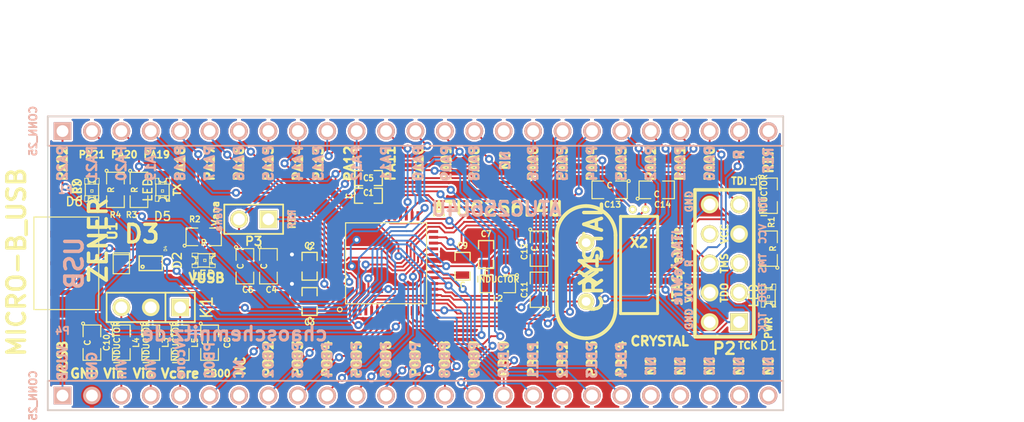
<source format=kicad_pcb>
(kicad_pcb (version 3) (host pcbnew "(2013-03-31 BZR 4008)-stable")
  (layers (15 F.Cu signal) (0 B.Cu signal) (18 B.Paste user) (19 F.Paste user) (20 B.SilkS user) (21 F.SilkS user) (22 B.Mask user) (23 F.Mask user) (28 Edge.Cuts user))
  (net 0 "")
  (net 1 +1.8V)
  (net 2 +3.3V)
  (net 3 +5V)
  (net 4 GND)
  (net 5 N-0000010)
  (net 6 N-0000011)
  (net 7 N-0000012)
  (net 8 N-0000013)
  (net 9 N-0000014)
  (net 10 N-0000015)
  (net 11 N-0000016)
  (net 12 N-000002)
  (net 13 N-0000020)
  (net 14 N-0000021)
  (net 15 N-0000023)
  (net 16 N-0000024)
  (net 17 N-0000026)
  (net 18 N-000003)
  (net 19 N-0000033)
  (net 20 N-0000035)
  (net 21 N-0000036)
  (net 22 N-0000038)
  (net 23 N-0000039)
  (net 24 N-000004)
  (net 25 N-0000041)
  (net 26 N-0000042)
  (net 27 N-0000043)
  (net 28 N-0000044)
  (net 29 N-0000045)
  (net 30 N-0000046)
  (net 31 N-0000047)
  (net 32 N-0000048)
  (net 33 N-0000049)
  (net 34 N-000005)
  (net 35 N-0000050)
  (net 36 N-0000051)
  (net 37 N-0000052)
  (net 38 N-0000053)
  (net 39 N-0000054)
  (net 40 N-0000055)
  (net 41 N-0000056)
  (net 42 N-0000057)
  (net 43 N-0000058)
  (net 44 N-0000059)
  (net 45 N-000006)
  (net 46 N-0000060)
  (net 47 N-0000061)
  (net 48 N-000007)
  (net 49 N-000008)
  (net 50 N-000009)
  (net 51 VCC)
  (net 52 VDD)
  (module SOT-363 (layer F.Cu) (at 162.56 120.65)
    (fp_text reference D4 (at 1.27 -1.27 90) (layer F.SilkS) (effects (font (size 0.254 0.254) (thickness 0.0508))))
    (fp_text value BAS70BRW hide)
    (pad 2 smd rect (at 0 0.8001) (size 0.29972 0.70104) (layers F.Cu F.Paste F.Mask) (net 4 GND))
    (pad 3 smd rect (at 0.65024 0.8001) (size 0.29972 0.70104) (layers F.Cu F.Paste F.Mask) (net 15 N-0000023))
    (pad 4 smd rect (at 0.65024 -0.8001) (size 0.29972 0.70104) (layers F.Cu F.Paste F.Mask) (net 3 +5V))
    (pad 5 smd rect (at 0 -0.8001) (size 0.29972 0.70104) (layers F.Cu F.Paste F.Mask) (net 3 +5V))
    (pad 6 smd rect (at -0.65024 -0.8001) (size 0.29972 0.70104) (layers F.Cu F.Paste F.Mask) (net 16 N-0000024))
    (pad 1 smd rect (at -0.65024 0.8001) (size 0.29972 0.70104) (layers F.Cu F.Paste F.Mask) (net 4 GND))
  )
  (module SOD323 (layer F.Cu) (at 160.02 120.65 270)
    (fp_text reference D3 (at -2.54 -1.778 360) (layer F.SilkS) (effects (font (size 1.524 1.524) (thickness 0.3048))))
    (fp_text value ZENER (at -1.99898 1.99898 270) (layer F.SilkS) (effects (font (size 1.524 1.524) (thickness 0.3048))))
    (pad 1 smd rect (at 1.19888 0 270) (size 1.34874 0.65024) (layers F.Cu F.Paste F.Mask) (net 4 GND))
    (pad 2 smd rect (at -1.19888 0 270) (size 1.34874 0.65024) (layers F.Cu F.Paste F.Mask) (net 3 +5V))
  )
  (module SM0805 (layer F.Cu) (at 215.9 114.808 270)
    (fp_text reference L1 (at -1.27 1.27 270) (layer F.SilkS) (effects (font (size 0.50038 0.50038) (thickness 0.10922))))
    (fp_text value INDUCTOR (at 0 0.381 270) (layer F.SilkS) (effects (font (size 0.50038 0.50038) (thickness 0.10922))))
    (pad 1 smd rect (at -0.9525 0 270) (size 0.889 1.397) (layers F.Cu F.Paste F.Mask) (net 12 N-000002))
    (pad 2 smd rect (at 0.9525 0 270) (size 0.889 1.397) (layers F.Cu F.Paste F.Mask) (net 18 N-000003))
  )
  (module SM0805 (layer F.Cu) (at 159.512 114.3 270)
    (fp_text reference R4 (at 2.159 0 360) (layer F.SilkS) (effects (font (size 0.50038 0.50038) (thickness 0.10922))))
    (fp_text value R (at 0 0.381 270) (layer F.SilkS) (effects (font (size 0.50038 0.50038) (thickness 0.10922))))
    (pad 1 smd rect (at -0.9525 0 270) (size 0.889 1.397) (layers F.Cu F.Paste F.Mask) (net 26 N-0000042))
    (pad 2 smd rect (at 0.9525 0 270) (size 0.889 1.397) (layers F.Cu F.Paste F.Mask) (net 13 N-0000020))
  )
  (module SM0805 (layer F.Cu) (at 161.544 114.3 270)
    (fp_text reference R3 (at 2.159 0.635 360) (layer F.SilkS) (effects (font (size 0.50038 0.50038) (thickness 0.10922))))
    (fp_text value R (at 0 0.381 270) (layer F.SilkS) (effects (font (size 0.50038 0.50038) (thickness 0.10922))))
    (pad 1 smd rect (at -0.9525 0 270) (size 0.889 1.397) (layers F.Cu F.Paste F.Mask) (net 25 N-0000041))
    (pad 2 smd rect (at 0.9525 0 270) (size 0.889 1.397) (layers F.Cu F.Paste F.Mask) (net 14 N-0000021))
  )
  (module SM0805 (layer F.Cu) (at 206.248 114.3)
    (fp_text reference C14 (at 0.508 1.27) (layer F.SilkS) (effects (font (size 0.50038 0.50038) (thickness 0.10922))))
    (fp_text value C (at 0 0.381) (layer F.SilkS) (effects (font (size 0.50038 0.50038) (thickness 0.10922))))
    (pad 1 smd rect (at -0.9525 0) (size 0.889 1.397) (layers F.Cu F.Paste F.Mask) (net 29 N-0000045))
    (pad 2 smd rect (at 0.9525 0) (size 0.889 1.397) (layers F.Cu F.Paste F.Mask) (net 4 GND))
  )
  (module SM0805 (layer F.Cu) (at 202.184 114.3 180)
    (fp_text reference C13 (at -0.254 -1.27 180) (layer F.SilkS) (effects (font (size 0.50038 0.50038) (thickness 0.10922))))
    (fp_text value C (at 0 0.381 180) (layer F.SilkS) (effects (font (size 0.50038 0.50038) (thickness 0.10922))))
    (pad 1 smd rect (at -0.9525 0 180) (size 0.889 1.397) (layers F.Cu F.Paste F.Mask) (net 43 N-0000058))
    (pad 2 smd rect (at 0.9525 0 180) (size 0.889 1.397) (layers F.Cu F.Paste F.Mask) (net 4 GND))
  )
  (module SM0805 (layer F.Cu) (at 196.088 122.936 90)
    (fp_text reference C11 (at 0 -1.27 90) (layer F.SilkS) (effects (font (size 0.50038 0.50038) (thickness 0.10922))))
    (fp_text value C (at 0 0.381 90) (layer F.SilkS) (effects (font (size 0.50038 0.50038) (thickness 0.10922))))
    (pad 1 smd rect (at -0.9525 0 90) (size 0.889 1.397) (layers F.Cu F.Paste F.Mask) (net 32 N-0000048))
    (pad 2 smd rect (at 0.9525 0 90) (size 0.889 1.397) (layers F.Cu F.Paste F.Mask) (net 4 GND))
  )
  (module SM0805 (layer F.Cu) (at 196.088 119.38 270)
    (fp_text reference C12 (at 0.254 1.27 270) (layer F.SilkS) (effects (font (size 0.50038 0.50038) (thickness 0.10922))))
    (fp_text value C (at 0 0.381 270) (layer F.SilkS) (effects (font (size 0.50038 0.50038) (thickness 0.10922))))
    (pad 1 smd rect (at -0.9525 0 270) (size 0.889 1.397) (layers F.Cu F.Paste F.Mask) (net 33 N-0000049))
    (pad 2 smd rect (at 0.9525 0 270) (size 0.889 1.397) (layers F.Cu F.Paste F.Mask) (net 4 GND))
  )
  (module SM0805 (layer F.Cu) (at 167.132 118.364)
    (fp_text reference R2 (at -0.762 -1.524) (layer F.SilkS) (effects (font (size 0.50038 0.50038) (thickness 0.10922))))
    (fp_text value R (at 0 0.508) (layer F.SilkS) (effects (font (size 0.50038 0.50038) (thickness 0.10922))))
    (pad 1 smd rect (at -0.9525 0) (size 0.889 1.397) (layers F.Cu F.Paste F.Mask) (net 3 +5V))
    (pad 2 smd rect (at 0.9525 0) (size 0.889 1.397) (layers F.Cu F.Paste F.Mask) (net 17 N-0000026))
  )
  (module SM0805 (layer F.Cu) (at 215.9 119.38 90)
    (fp_text reference R1 (at 2.286 0.254 90) (layer F.SilkS) (effects (font (size 0.50038 0.50038) (thickness 0.10922))))
    (fp_text value R (at 0 0.381 90) (layer F.SilkS) (effects (font (size 0.50038 0.50038) (thickness 0.10922))))
    (pad 1 smd rect (at -0.9525 0 90) (size 0.889 1.397) (layers F.Cu F.Paste F.Mask) (net 11 N-0000016))
    (pad 2 smd rect (at 0.9525 0 90) (size 0.889 1.397) (layers F.Cu F.Paste F.Mask) (net 44 N-0000059))
  )
  (module SM0805 (layer F.Cu) (at 162.56 127.508 270)
    (fp_text reference L3 (at 0 -1.27 270) (layer F.SilkS) (effects (font (size 0.50038 0.50038) (thickness 0.10922))))
    (fp_text value INDUCTOR (at 0 0.381 270) (layer F.SilkS) (effects (font (size 0.50038 0.50038) (thickness 0.10922))))
    (pad 1 smd rect (at -0.9525 0 270) (size 0.889 1.397) (layers F.Cu F.Paste F.Mask) (net 51 VCC))
    (pad 2 smd rect (at 0.9525 0 270) (size 0.889 1.397) (layers F.Cu F.Paste F.Mask) (net 52 VDD))
  )
  (module SM0805 (layer F.Cu) (at 192.532 122.428 180)
    (fp_text reference L2 (at 0 -1.27 180) (layer F.SilkS) (effects (font (size 0.50038 0.50038) (thickness 0.10922))))
    (fp_text value INDUCTOR (at 0 0.381 180) (layer F.SilkS) (effects (font (size 0.50038 0.50038) (thickness 0.10922))))
    (pad 1 smd rect (at -0.9525 0 180) (size 0.889 1.397) (layers F.Cu F.Paste F.Mask) (net 46 N-0000060))
    (pad 2 smd rect (at 0.9525 0 180) (size 0.889 1.397) (layers F.Cu F.Paste F.Mask) (net 44 N-0000059))
  )
  (module SM0805 (layer F.Cu) (at 165.1 127.508 270)
    (fp_text reference L5 (at 0 -1.27 270) (layer F.SilkS) (effects (font (size 0.50038 0.50038) (thickness 0.10922))))
    (fp_text value INDUCTOR (at 0 0.381 270) (layer F.SilkS) (effects (font (size 0.50038 0.50038) (thickness 0.10922))))
    (pad 1 smd rect (at -0.9525 0 270) (size 0.889 1.397) (layers F.Cu F.Paste F.Mask) (net 44 N-0000059))
    (pad 2 smd rect (at 0.9525 0 270) (size 0.889 1.397) (layers F.Cu F.Paste F.Mask) (net 1 +1.8V))
  )
  (module SM0805 (layer F.Cu) (at 157.48 127.508 270)
    (fp_text reference C10 (at 0 -1.27 270) (layer F.SilkS) (effects (font (size 0.50038 0.50038) (thickness 0.10922))))
    (fp_text value C (at 0 0.381 270) (layer F.SilkS) (effects (font (size 0.50038 0.50038) (thickness 0.10922))))
    (pad 1 smd rect (at -0.9525 0 270) (size 0.889 1.397) (layers F.Cu F.Paste F.Mask) (net 47 N-0000061))
    (pad 2 smd rect (at 0.9525 0 270) (size 0.889 1.397) (layers F.Cu F.Paste F.Mask) (net 4 GND))
  )
  (module SM0805 (layer F.Cu) (at 160.02 127.508 270)
    (fp_text reference L4 (at 0 -1.27 270) (layer F.SilkS) (effects (font (size 0.50038 0.50038) (thickness 0.10922))))
    (fp_text value INDUCTOR (at 0 0.381 270) (layer F.SilkS) (effects (font (size 0.50038 0.50038) (thickness 0.10922))))
    (pad 1 smd rect (at -0.9525 0 270) (size 0.889 1.397) (layers F.Cu F.Paste F.Mask) (net 47 N-0000061))
    (pad 2 smd rect (at 0.9525 0 270) (size 0.889 1.397) (layers F.Cu F.Paste F.Mask) (net 2 +3.3V))
  )
  (module SM0805 (layer F.Cu) (at 172.72 120.904 270)
    (fp_text reference C4 (at 2.032 -0.254 360) (layer F.SilkS) (effects (font (size 0.50038 0.50038) (thickness 0.10922))))
    (fp_text value C (at 0 0.381 270) (layer F.SilkS) (effects (font (size 0.50038 0.50038) (thickness 0.10922))))
    (pad 1 smd rect (at -0.9525 0 270) (size 0.889 1.397) (layers F.Cu F.Paste F.Mask) (net 51 VCC))
    (pad 2 smd rect (at 0.9525 0 270) (size 0.889 1.397) (layers F.Cu F.Paste F.Mask) (net 4 GND))
  )
  (module SM0805 (layer F.Cu) (at 170.688 120.904 270)
    (fp_text reference C6 (at 2.032 -0.254 360) (layer F.SilkS) (effects (font (size 0.50038 0.50038) (thickness 0.10922))))
    (fp_text value C (at 0 0.381 270) (layer F.SilkS) (effects (font (size 0.50038 0.50038) (thickness 0.10922))))
    (pad 1 smd rect (at -0.9525 0 270) (size 0.889 1.397) (layers F.Cu F.Paste F.Mask) (net 46 N-0000060))
    (pad 2 smd rect (at 0.9525 0 270) (size 0.889 1.397) (layers F.Cu F.Paste F.Mask) (net 4 GND))
  )
  (module SM0805 (layer F.Cu) (at 167.64 127.508 270)
    (fp_text reference C8 (at 0 -1.524 270) (layer F.SilkS) (effects (font (size 0.50038 0.50038) (thickness 0.10922))))
    (fp_text value C (at 0 0.381 270) (layer F.SilkS) (effects (font (size 0.50038 0.50038) (thickness 0.10922))))
    (pad 1 smd rect (at -0.9525 0 270) (size 0.889 1.397) (layers F.Cu F.Paste F.Mask) (net 44 N-0000059))
    (pad 2 smd rect (at 0.9525 0 270) (size 0.889 1.397) (layers F.Cu F.Paste F.Mask) (net 4 GND))
  )
  (module SM0603_Capa (layer F.Cu) (at 176.276 120.904 270)
    (fp_text reference C2 (at -1.778 0 360) (layer F.SilkS) (effects (font (size 0.508 0.4572) (thickness 0.1143))))
    (fp_text value C (at -1.651 0 360) (layer F.SilkS) (effects (font (size 0.508 0.4572) (thickness 0.1143))))
    (pad 1 smd rect (at -0.762 0 270) (size 0.635 1.143) (layers F.Cu F.Paste F.Mask) (net 51 VCC))
    (pad 2 smd rect (at 0.762 0 270) (size 0.635 1.143) (layers F.Cu F.Paste F.Mask) (net 4 GND))
  )
  (module SM0603_Capa (layer F.Cu) (at 176.276 123.952 90)
    (fp_text reference C3 (at -1.778 0 180) (layer F.SilkS) (effects (font (size 0.508 0.4572) (thickness 0.1143))))
    (fp_text value C (at -1.651 0 180) (layer F.SilkS) (effects (font (size 0.508 0.4572) (thickness 0.1143))))
    (pad 1 smd rect (at -0.762 0 90) (size 0.635 1.143) (layers F.Cu F.Paste F.Mask) (net 51 VCC))
    (pad 2 smd rect (at 0.762 0 90) (size 0.635 1.143) (layers F.Cu F.Paste F.Mask) (net 4 GND))
  )
  (module SM0603_Capa (layer F.Cu) (at 181.356 114.808)
    (fp_text reference C5 (at 0 -1.524) (layer F.SilkS) (effects (font (size 0.508 0.4572) (thickness 0.1143))))
    (fp_text value C (at -1.651 0 90) (layer F.SilkS) (effects (font (size 0.508 0.4572) (thickness 0.1143))))
    (pad 1 smd rect (at -0.762 0) (size 0.635 1.143) (layers F.Cu F.Paste F.Mask) (net 46 N-0000060))
    (pad 2 smd rect (at 0.762 0) (size 0.635 1.143) (layers F.Cu F.Paste F.Mask) (net 4 GND))
  )
  (module SM0603_Capa (layer F.Cu) (at 191.516 119.888 90)
    (fp_text reference C7 (at 1.778 0 180) (layer F.SilkS) (effects (font (size 0.508 0.4572) (thickness 0.1143))))
    (fp_text value C (at -1.651 0 180) (layer F.SilkS) (effects (font (size 0.508 0.4572) (thickness 0.1143))))
    (pad 1 smd rect (at -0.762 0 90) (size 0.635 1.143) (layers F.Cu F.Paste F.Mask) (net 44 N-0000059))
    (pad 2 smd rect (at 0.762 0 90) (size 0.635 1.143) (layers F.Cu F.Paste F.Mask) (net 4 GND))
  )
  (module SM0603_Capa (layer F.Cu) (at 181.356 113.284)
    (fp_text reference C1 (at 0 1.27) (layer F.SilkS) (effects (font (size 0.508 0.4572) (thickness 0.1143))))
    (fp_text value C (at -1.651 0 90) (layer F.SilkS) (effects (font (size 0.508 0.4572) (thickness 0.1143))))
    (pad 1 smd rect (at -0.762 0) (size 0.635 1.143) (layers F.Cu F.Paste F.Mask) (net 18 N-000003))
    (pad 2 smd rect (at 0.762 0) (size 0.635 1.143) (layers F.Cu F.Paste F.Mask) (net 4 GND))
  )
  (module SM0603_Capa (layer F.Cu) (at 189.484 120.904 90)
    (fp_text reference C9 (at 1.778 0 180) (layer F.SilkS) (effects (font (size 0.508 0.4572) (thickness 0.1143))))
    (fp_text value C (at -1.651 0 180) (layer F.SilkS) (effects (font (size 0.508 0.4572) (thickness 0.1143))))
    (pad 1 smd rect (at -0.762 0 90) (size 0.635 1.143) (layers F.Cu F.Paste F.Mask) (net 47 N-0000061))
    (pad 2 smd rect (at 0.762 0 90) (size 0.635 1.143) (layers F.Cu F.Paste F.Mask) (net 4 GND))
  )
  (module PIN_ARRAY_5x2 (layer F.Cu) (at 212.09 120.65 90)
    (fp_text reference P2 (at -7.366 0 180) (layer F.SilkS) (effects (font (size 1.016 1.016) (thickness 0.2032))))
    (fp_text value CONN_5X2 hide)
    (pad 1 thru_hole rect (at -5.08 1.27 90) (size 1.524 1.524) (drill 1.016) (layers *.Cu *.Mask F.SilkS) (net 23 N-0000039))
    (pad 2 thru_hole circle (at -5.08 -1.27 90) (size 1.524 1.524) (drill 1.016) (layers *.Cu *.Mask F.SilkS) (net 4 GND))
    (pad 3 thru_hole circle (at -2.54 1.27 90) (size 1.524 1.524) (drill 1.016) (layers *.Cu *.Mask F.SilkS) (net 22 N-0000038))
    (pad 4 thru_hole circle (at -2.54 -1.27 90) (size 1.524 1.524) (drill 1.016) (layers *.Cu *.Mask F.SilkS) (net 51 VCC))
    (pad 5 thru_hole circle (at 0 1.27 90) (size 1.524 1.524) (drill 1.016) (layers *.Cu *.Mask F.SilkS) (net 21 N-0000036))
    (pad 6 thru_hole circle (at 0 -1.27 90) (size 1.524 1.524) (drill 1.016) (layers *.Cu *.Mask F.SilkS) (net 20 N-0000035))
    (pad 7 thru_hole circle (at 2.54 1.27 90) (size 1.524 1.524) (drill 1.016) (layers *.Cu *.Mask F.SilkS) (net 51 VCC))
    (pad 8 thru_hole circle (at 2.54 -1.27 90) (size 1.524 1.524) (drill 1.016) (layers *.Cu *.Mask F.SilkS))
    (pad 9 thru_hole circle (at 5.08 1.27 90) (size 1.524 1.524) (drill 1.016) (layers *.Cu *.Mask F.SilkS) (net 19 N-0000033))
    (pad 10 thru_hole circle (at 5.08 -1.27 90) (size 1.524 1.524) (drill 1.016) (layers *.Cu *.Mask F.SilkS) (net 4 GND))
  )
  (module PIN_ARRAY_3X1 (layer F.Cu) (at 162.56 124.46 180)
    (fp_text reference K1 (at -4.826 0 270) (layer F.SilkS) (effects (font (size 1.016 1.016) (thickness 0.1524))))
    (fp_text value CONN_3 hide)
    (pad 1 thru_hole rect (at -2.54 0 180) (size 1.524 1.524) (drill 1.016) (layers *.Cu *.Mask F.SilkS) (net 44 N-0000059))
    (pad 2 thru_hole circle (at 0 0 180) (size 1.524 1.524) (drill 1.016) (layers *.Cu *.Mask F.SilkS) (net 51 VCC))
    (pad 3 thru_hole circle (at 2.54 0 180) (size 1.524 1.524) (drill 1.016) (layers *.Cu *.Mask F.SilkS) (net 47 N-0000061))
  )
  (module PIN_ARRAY_2X1 (layer F.Cu) (at 171.45 116.84 180)
    (fp_text reference P3 (at 0 -1.905 180) (layer F.SilkS) (effects (font (size 0.762 0.762) (thickness 0.1524))))
    (fp_text value CONN_2 hide)
    (pad 1 thru_hole rect (at -1.27 0 180) (size 1.524 1.524) (drill 1.016) (layers *.Cu *.Mask F.SilkS) (net 18 N-000003))
    (pad 2 thru_hole circle (at 1.27 0 180) (size 1.524 1.524) (drill 1.016) (layers *.Cu *.Mask F.SilkS) (net 46 N-0000060))
  )
  (module PIN_ARRAY_25X1 (layer B.Cu) (at 185.42 109.22)
    (fp_text reference P1 (at -30.226 5.08) (layer B.SilkS) (effects (font (size 0.63246 0.63246) (thickness 0.15748)) (justify mirror)))
    (fp_text value CONN_25 (at -33.02 0 270) (layer B.SilkS) (effects (font (size 0.63246 0.63246) (thickness 0.15748)) (justify mirror)))
    (pad 1 thru_hole rect (at -30.48 0) (size 1.524 1.524) (drill 1.016) (layers *.Cu *.Mask B.SilkS) (net 31 N-0000047))
    (pad 2 thru_hole circle (at -27.94 0) (size 1.524 1.524) (drill 1.016) (layers *.Cu *.Mask B.SilkS) (net 26 N-0000042))
    (pad 11 thru_hole circle (at -5.08 0) (size 1.524 1.524) (drill 1.016) (layers *.Cu *.Mask B.SilkS) (net 38 N-0000053))
    (pad 4 thru_hole circle (at -22.86 0) (size 1.524 1.524) (drill 1.016) (layers *.Cu *.Mask B.SilkS) (net 29 N-0000045))
    (pad 13 thru_hole circle (at 0 0) (size 1.524 1.524) (drill 1.016) (layers *.Cu *.Mask B.SilkS) (net 41 N-0000056))
    (pad 6 thru_hole circle (at -17.78 0) (size 1.524 1.524) (drill 1.016) (layers *.Cu *.Mask B.SilkS) (net 35 N-0000050))
    (pad 15 thru_hole circle (at 5.08 0) (size 1.524 1.524) (drill 1.016) (layers *.Cu *.Mask B.SilkS) (net 32 N-0000048))
    (pad 8 thru_hole circle (at -12.7 0) (size 1.524 1.524) (drill 1.016) (layers *.Cu *.Mask B.SilkS) (net 39 N-0000054))
    (pad 17 thru_hole circle (at 10.16 0) (size 1.524 1.524) (drill 1.016) (layers *.Cu *.Mask B.SilkS) (net 30 N-0000046))
    (pad 10 thru_hole circle (at -7.62 0) (size 1.524 1.524) (drill 1.016) (layers *.Cu *.Mask B.SilkS) (net 43 N-0000058))
    (pad 19 thru_hole circle (at 15.24 0) (size 1.524 1.524) (drill 1.016) (layers *.Cu *.Mask B.SilkS) (net 37 N-0000052))
    (pad 12 thru_hole circle (at -2.54 0) (size 1.524 1.524) (drill 1.016) (layers *.Cu *.Mask B.SilkS) (net 40 N-0000055))
    (pad 21 thru_hole circle (at 20.32 0) (size 1.524 1.524) (drill 1.016) (layers *.Cu *.Mask B.SilkS) (net 22 N-0000038))
    (pad 14 thru_hole circle (at 2.54 0) (size 1.524 1.524) (drill 1.016) (layers *.Cu *.Mask B.SilkS) (net 33 N-0000049))
    (pad 23 thru_hole circle (at 25.4 0) (size 1.524 1.524) (drill 1.016) (layers *.Cu *.Mask B.SilkS) (net 23 N-0000039))
    (pad 16 thru_hole circle (at 7.62 0) (size 1.524 1.524) (drill 1.016) (layers *.Cu *.Mask B.SilkS))
    (pad 25 thru_hole circle (at 30.48 0) (size 1.524 1.524) (drill 1.016) (layers *.Cu *.Mask B.SilkS) (net 12 N-000002))
    (pad 18 thru_hole circle (at 12.7 0) (size 1.524 1.524) (drill 1.016) (layers *.Cu *.Mask B.SilkS) (net 27 N-0000043))
    (pad 20 thru_hole circle (at 17.78 0) (size 1.524 1.524) (drill 1.016) (layers *.Cu *.Mask B.SilkS) (net 19 N-0000033))
    (pad 22 thru_hole circle (at 22.86 0) (size 1.524 1.524) (drill 1.016) (layers *.Cu *.Mask B.SilkS) (net 21 N-0000036))
    (pad 24 thru_hole circle (at 27.94 0) (size 1.524 1.524) (drill 1.016) (layers *.Cu *.Mask B.SilkS) (net 20 N-0000035))
    (pad 3 thru_hole circle (at -25.4 0) (size 1.524 1.524) (drill 1.016) (layers *.Cu *.Mask B.SilkS) (net 25 N-0000041))
    (pad 5 thru_hole circle (at -20.32 0) (size 1.524 1.524) (drill 1.016) (layers *.Cu *.Mask B.SilkS) (net 28 N-0000044))
    (pad 7 thru_hole circle (at -15.24 0) (size 1.524 1.524) (drill 1.016) (layers *.Cu *.Mask B.SilkS) (net 36 N-0000051))
    (pad 9 thru_hole circle (at -10.16 0) (size 1.524 1.524) (drill 1.016) (layers *.Cu *.Mask B.SilkS) (net 42 N-0000057))
  )
  (module PIN_ARRAY_25X1 (layer B.Cu) (at 185.42 132.08)
    (fp_text reference P4 (at -30.48 -5.588) (layer B.SilkS) (effects (font (size 0.63246 0.63246) (thickness 0.15748)) (justify mirror)))
    (fp_text value CONN_25 (at -33.02 0 270) (layer B.SilkS) (effects (font (size 0.63246 0.63246) (thickness 0.15748)) (justify mirror)))
    (pad 1 thru_hole rect (at -30.48 0) (size 1.524 1.524) (drill 1.016) (layers *.Cu *.Mask B.SilkS) (net 3 +5V))
    (pad 2 thru_hole circle (at -27.94 0) (size 1.524 1.524) (drill 1.016) (layers *.Cu *.Mask B.SilkS) (net 4 GND))
    (pad 11 thru_hole circle (at -5.08 0) (size 1.524 1.524) (drill 1.016) (layers *.Cu *.Mask B.SilkS) (net 6 N-0000011))
    (pad 4 thru_hole circle (at -22.86 0) (size 1.524 1.524) (drill 1.016) (layers *.Cu *.Mask B.SilkS) (net 52 VDD))
    (pad 13 thru_hole circle (at 0 0) (size 1.524 1.524) (drill 1.016) (layers *.Cu *.Mask B.SilkS) (net 50 N-000009))
    (pad 6 thru_hole circle (at -17.78 0) (size 1.524 1.524) (drill 1.016) (layers *.Cu *.Mask B.SilkS) (net 10 N-0000015))
    (pad 15 thru_hole circle (at 5.08 0) (size 1.524 1.524) (drill 1.016) (layers *.Cu *.Mask B.SilkS) (net 48 N-000007))
    (pad 8 thru_hole circle (at -12.7 0) (size 1.524 1.524) (drill 1.016) (layers *.Cu *.Mask B.SilkS) (net 9 N-0000014))
    (pad 17 thru_hole circle (at 10.16 0) (size 1.524 1.524) (drill 1.016) (layers *.Cu *.Mask B.SilkS) (net 34 N-000005))
    (pad 10 thru_hole circle (at -7.62 0) (size 1.524 1.524) (drill 1.016) (layers *.Cu *.Mask B.SilkS) (net 7 N-0000012))
    (pad 19 thru_hole circle (at 15.24 0) (size 1.524 1.524) (drill 1.016) (layers *.Cu *.Mask B.SilkS) (net 16 N-0000024))
    (pad 12 thru_hole circle (at -2.54 0) (size 1.524 1.524) (drill 1.016) (layers *.Cu *.Mask B.SilkS) (net 5 N-0000010))
    (pad 21 thru_hole circle (at 20.32 0) (size 1.524 1.524) (drill 1.016) (layers *.Cu *.Mask B.SilkS))
    (pad 14 thru_hole circle (at 2.54 0) (size 1.524 1.524) (drill 1.016) (layers *.Cu *.Mask B.SilkS) (net 49 N-000008))
    (pad 23 thru_hole circle (at 25.4 0) (size 1.524 1.524) (drill 1.016) (layers *.Cu *.Mask B.SilkS))
    (pad 16 thru_hole circle (at 7.62 0) (size 1.524 1.524) (drill 1.016) (layers *.Cu *.Mask B.SilkS) (net 45 N-000006))
    (pad 25 thru_hole circle (at 30.48 0) (size 1.524 1.524) (drill 1.016) (layers *.Cu *.Mask B.SilkS))
    (pad 18 thru_hole circle (at 12.7 0) (size 1.524 1.524) (drill 1.016) (layers *.Cu *.Mask B.SilkS) (net 24 N-000004))
    (pad 20 thru_hole circle (at 17.78 0) (size 1.524 1.524) (drill 1.016) (layers *.Cu *.Mask B.SilkS) (net 15 N-0000023))
    (pad 22 thru_hole circle (at 22.86 0) (size 1.524 1.524) (drill 1.016) (layers *.Cu *.Mask B.SilkS))
    (pad 24 thru_hole circle (at 27.94 0) (size 1.524 1.524) (drill 1.016) (layers *.Cu *.Mask B.SilkS))
    (pad 3 thru_hole circle (at -25.4 0) (size 1.524 1.524) (drill 1.016) (layers *.Cu *.Mask B.SilkS) (net 2 +3.3V))
    (pad 5 thru_hole circle (at -20.32 0) (size 1.524 1.524) (drill 1.016) (layers *.Cu *.Mask B.SilkS) (net 1 +1.8V))
    (pad 7 thru_hole circle (at -15.24 0) (size 1.524 1.524) (drill 1.016) (layers *.Cu *.Mask B.SilkS))
    (pad 9 thru_hole circle (at -10.16 0) (size 1.524 1.524) (drill 1.016) (layers *.Cu *.Mask B.SilkS) (net 8 N-0000013))
  )
  (module MICRO-B_USB (layer F.Cu) (at 153.67 120.65 270)
    (fp_text reference U1 (at -2.794 -5.588 270) (layer F.SilkS) (effects (font (size 0.762 0.762) (thickness 0.1905))))
    (fp_text value MICRO-B_USB (at -0.09906 2.70002 270) (layer F.SilkS) (effects (font (size 1.524 1.524) (thickness 0.3048))))
    (pad "" smd rect (at -1.19888 -1.4478 270) (size 1.89738 1.89738) (layers F.Cu F.Paste F.Mask))
    (pad "" smd rect (at 1.19888 -1.4478 270) (size 1.89992 1.89738) (layers F.Cu F.Paste F.Mask))
    (pad "" smd rect (at 3.79984 -1.4478 270) (size 1.79578 1.89738) (layers F.Cu F.Paste F.Mask))
    (pad "" smd rect (at -3.0988 -3.99796 270) (size 2.0955 1.59766) (layers F.Cu F.Paste F.Mask))
    (pad 1 smd rect (at -1.29794 -4.12496 270) (size 0.39878 1.3462) (layers F.Cu F.Paste F.Mask) (net 3 +5V) (clearance 0.2032))
    (pad 2 smd rect (at -0.6477 -4.12496 270) (size 0.39878 1.3462) (layers F.Cu F.Paste F.Mask) (net 16 N-0000024) (clearance 0.2032))
    (pad 3 smd rect (at 0 -4.12496 270) (size 0.39878 1.3462) (layers F.Cu F.Paste F.Mask) (net 15 N-0000023) (clearance 0.2032))
    (pad 4 smd rect (at 0.6477 -4.12496 270) (size 0.39878 1.3462) (layers F.Cu F.Paste F.Mask) (clearance 0.2032))
    (pad 5 smd rect (at 1.29794 -4.12496 270) (size 0.39878 1.3462) (layers F.Cu F.Paste F.Mask) (net 4 GND) (clearance 0.2032))
    (pad "" smd rect (at 3.0988 -3.99796 270) (size 2.0955 1.59766) (layers F.Cu F.Paste F.Mask))
    (pad "" smd rect (at -3.79984 -1.4478 270) (size 1.79578 1.89738) (layers F.Cu F.Paste F.Mask))
  )
  (module LQFP48 (layer F.Cu) (at 182.88 120.65 90)
    (fp_text reference IC1)
    (fp_text value ATUC256L4U hide)
    (pad 12 smd rect (at -4.09702 2.74828 90) (size 0.8001 0.24892) (layers F.Cu F.Paste F.Mask) (net 27 N-0000043))
    (pad 11 smd rect (at -4.09702 2.2479 90) (size 0.8001 0.25146) (layers F.Cu F.Paste F.Mask) (net 23 N-0000039))
    (pad 10 smd rect (at -4.09702 1.74752 90) (size 0.8001 0.25146) (layers F.Cu F.Paste F.Mask) (net 30 N-0000046))
    (pad 9 smd rect (at -4.09702 1.24714 90) (size 0.8001 0.25146) (layers F.Cu F.Paste F.Mask) (net 31 N-0000047))
    (pad 8 smd rect (at -4.09702 0.7493 90) (size 0.8001 0.24892) (layers F.Cu F.Paste F.Mask) (net 8 N-0000013))
    (pad 7 smd rect (at -4.09702 0.24892 90) (size 0.8001 0.24892) (layers F.Cu F.Paste F.Mask) (net 9 N-0000014))
    (pad 6 smd rect (at -4.09702 -0.24892 90) (size 0.8001 0.24892) (layers F.Cu F.Paste F.Mask) (net 10 N-0000015))
    (pad 5 smd rect (at -4.09702 -0.7493 90) (size 0.8001 0.24892) (layers F.Cu F.Paste F.Mask) (net 24 N-000004))
    (pad 4 smd rect (at -4.09702 -1.24714 90) (size 0.8001 0.25146) (layers F.Cu F.Paste F.Mask) (net 19 N-0000033))
    (pad 3 smd rect (at -4.09702 -1.74752 90) (size 0.8001 0.25146) (layers F.Cu F.Paste F.Mask) (net 32 N-0000048))
    (pad 2 smd rect (at -4.09702 -2.2479 90) (size 0.8001 0.25146) (layers F.Cu F.Paste F.Mask) (net 33 N-0000049))
    (pad 1 smd rect (at -4.09702 -2.74828 90) (size 0.8001 0.24892) (layers F.Cu F.Paste F.Mask) (net 4 GND))
    (pad 48 smd rect (at -2.74828 -4.09702 90) (size 0.24892 0.8001) (layers F.Cu F.Paste F.Mask) (net 51 VCC))
    (pad 47 smd rect (at -2.2479 -4.09702 90) (size 0.25146 0.8001) (layers F.Cu F.Paste F.Mask) (net 38 N-0000053))
    (pad 46 smd rect (at -1.74752 -4.09702 90) (size 0.25146 0.8001) (layers F.Cu F.Paste F.Mask) (net 41 N-0000056))
    (pad 45 smd rect (at -1.24714 -4.09702 90) (size 0.25146 0.8001) (layers F.Cu F.Paste F.Mask) (net 4 GND))
    (pad 44 smd rect (at -0.7493 -4.09702 90) (size 0.24892 0.8001) (layers F.Cu F.Paste F.Mask) (net 34 N-000005))
    (pad 43 smd rect (at -0.24892 -4.09702 90) (size 0.24892 0.8001) (layers F.Cu F.Paste F.Mask) (net 4 GND))
    (pad 42 smd rect (at 0.24892 -4.09702 90) (size 0.24892 0.8001) (layers F.Cu F.Paste F.Mask) (net 51 VCC))
    (pad 41 smd rect (at 0.7493 -4.09702 90) (size 0.24892 0.8001) (layers F.Cu F.Paste F.Mask) (net 28 N-0000044))
    (pad 40 smd rect (at 1.24714 -4.09702 90) (size 0.25146 0.8001) (layers F.Cu F.Paste F.Mask) (net 29 N-0000045))
    (pad 39 smd rect (at 1.74752 -4.09702 90) (size 0.25146 0.8001) (layers F.Cu F.Paste F.Mask) (net 35 N-0000050))
    (pad 38 smd rect (at 2.2479 -4.09702 90) (size 0.25146 0.8001) (layers F.Cu F.Paste F.Mask) (net 36 N-0000051))
    (pad 37 smd rect (at 2.74828 -4.09702 90) (size 0.24892 0.8001) (layers F.Cu F.Paste F.Mask) (net 39 N-0000054))
    (pad 25 smd rect (at 4.09702 2.74828 90) (size 0.8001 0.24892) (layers F.Cu F.Paste F.Mask) (net 25 N-0000041))
    (pad 26 smd rect (at 4.09702 2.2479 90) (size 0.8001 0.25146) (layers F.Cu F.Paste F.Mask) (net 43 N-0000058))
    (pad 27 smd rect (at 4.09702 1.74752 90) (size 0.8001 0.25146) (layers F.Cu F.Paste F.Mask) (net 40 N-0000055))
    (pad 28 smd rect (at 4.09702 1.24714 90) (size 0.8001 0.25146) (layers F.Cu F.Paste F.Mask) (net 37 N-0000052))
    (pad 29 smd rect (at 4.09702 0.7493 90) (size 0.8001 0.24892) (layers F.Cu F.Paste F.Mask) (net 48 N-000007))
    (pad 30 smd rect (at 4.09702 0.24892 90) (size 0.8001 0.24892) (layers F.Cu F.Paste F.Mask) (net 5 N-0000010))
    (pad 31 smd rect (at 4.09702 -0.24892 90) (size 0.8001 0.24892) (layers F.Cu F.Paste F.Mask) (net 50 N-000009))
    (pad 32 smd rect (at 4.09702 -0.7493 90) (size 0.8001 0.24892) (layers F.Cu F.Paste F.Mask) (net 49 N-000008))
    (pad 33 smd rect (at 4.09702 -1.24714 90) (size 0.8001 0.25146) (layers F.Cu F.Paste F.Mask) (net 4 GND))
    (pad 34 smd rect (at 4.09702 -1.74752 90) (size 0.8001 0.25146) (layers F.Cu F.Paste F.Mask) (net 18 N-000003))
    (pad 35 smd rect (at 4.09702 -2.2479 90) (size 0.8001 0.25146) (layers F.Cu F.Paste F.Mask) (net 46 N-0000060))
    (pad 36 smd rect (at 4.09702 -2.74828 90) (size 0.8001 0.24892) (layers F.Cu F.Paste F.Mask) (net 42 N-0000057))
    (pad 13 smd rect (at -2.74828 4.09702 90) (size 0.24892 0.8001) (layers F.Cu F.Paste F.Mask) (net 22 N-0000038))
    (pad 14 smd rect (at -2.2479 4.09702 90) (size 0.25146 0.8001) (layers F.Cu F.Paste F.Mask) (net 21 N-0000036))
    (pad 15 smd rect (at -1.74752 4.09702 90) (size 0.25146 0.8001) (layers F.Cu F.Paste F.Mask) (net 16 N-0000024))
    (pad 16 smd rect (at -1.24714 4.09702 90) (size 0.25146 0.8001) (layers F.Cu F.Paste F.Mask) (net 15 N-0000023))
    (pad 17 smd rect (at -0.7493 4.09702 90) (size 0.24892 0.8001) (layers F.Cu F.Paste F.Mask) (net 47 N-0000061))
    (pad 18 smd rect (at -0.24892 4.09702 90) (size 0.24892 0.8001) (layers F.Cu F.Paste F.Mask) (net 44 N-0000059))
    (pad 19 smd rect (at 0.24892 4.09702 90) (size 0.24892 0.8001) (layers F.Cu F.Paste F.Mask) (net 4 GND))
    (pad 20 smd rect (at 0.7493 4.09702 90) (size 0.24892 0.8001) (layers F.Cu F.Paste F.Mask) (net 6 N-0000011))
    (pad 21 smd rect (at 1.24714 4.09702 90) (size 0.25146 0.8001) (layers F.Cu F.Paste F.Mask) (net 7 N-0000012))
    (pad 22 smd rect (at 1.74752 4.09702 90) (size 0.25146 0.8001) (layers F.Cu F.Paste F.Mask) (net 20 N-0000035))
    (pad 23 smd rect (at 2.2479 4.09702 90) (size 0.25146 0.8001) (layers F.Cu F.Paste F.Mask) (net 45 N-000006))
    (pad 24 smd rect (at 2.74828 4.09702 90) (size 0.24892 0.8001) (layers F.Cu F.Paste F.Mask) (net 26 N-0000042))
  )
  (module LED-0805 (layer F.Cu) (at 215.9 123.444 270)
    (fp_text reference D1 (at 4.318 0 360) (layer F.SilkS) (effects (font (size 0.762 0.762) (thickness 0.127))))
    (fp_text value LED (at 0 1.27 270) (layer F.SilkS) (effects (font (size 0.762 0.762) (thickness 0.127))))
    (pad 1 smd rect (at -1.04902 0 270) (size 1.19888 1.19888) (layers F.Cu F.Paste F.Mask) (net 11 N-0000016))
    (pad 2 smd rect (at 1.04902 0 270) (size 1.19888 1.19888) (layers F.Cu F.Paste F.Mask) (net 4 GND))
  )
  (module LED-0805 (layer F.Cu) (at 167.132 120.396)
    (fp_text reference D2 (at -2.286 0 90) (layer F.SilkS) (effects (font (size 0.762 0.762) (thickness 0.127))))
    (fp_text value LED (at 0 1.27) (layer F.SilkS) (effects (font (size 0.762 0.762) (thickness 0.127))))
    (pad 1 smd rect (at -1.04902 0) (size 1.19888 1.19888) (layers F.Cu F.Paste F.Mask) (net 17 N-0000026))
    (pad 2 smd rect (at 1.04902 0) (size 1.19888 1.19888) (layers F.Cu F.Paste F.Mask) (net 4 GND))
  )
  (module LED-0805 (layer F.Cu) (at 163.576 114.3 270)
    (fp_text reference D5 (at 2.286 0 360) (layer F.SilkS) (effects (font (size 0.762 0.762) (thickness 0.127))))
    (fp_text value LED (at 0 1.27 270) (layer F.SilkS) (effects (font (size 0.762 0.762) (thickness 0.127))))
    (pad 1 smd rect (at -1.04902 0 270) (size 1.19888 1.19888) (layers F.Cu F.Paste F.Mask) (net 14 N-0000021))
    (pad 2 smd rect (at 1.04902 0 270) (size 1.19888 1.19888) (layers F.Cu F.Paste F.Mask) (net 4 GND))
  )
  (module LED-0805 (layer F.Cu) (at 157.48 114.3 270)
    (fp_text reference D6 (at 1.016 1.524 360) (layer F.SilkS) (effects (font (size 0.762 0.762) (thickness 0.127))))
    (fp_text value LED (at 0 1.27 270) (layer F.SilkS) (effects (font (size 0.762 0.762) (thickness 0.127))))
    (pad 1 smd rect (at -1.04902 0 270) (size 1.19888 1.19888) (layers F.Cu F.Paste F.Mask) (net 13 N-0000020))
    (pad 2 smd rect (at 1.04902 0 270) (size 1.19888 1.19888) (layers F.Cu F.Paste F.Mask) (net 4 GND))
  )
  (module HC-49V (layer F.Cu) (at 200.152 121.412 90)
    (fp_text reference X1 (at 0.254 0.254 90) (layer F.SilkS) (effects (font (size 1.524 1.524) (thickness 0.3048))))
    (fp_text value CRYSTAL (at 1.27 0.635 90) (layer F.SilkS) (effects (font (size 1.524 1.524) (thickness 0.3048))))
    (pad 1 thru_hole circle (at -2.54 0 90) (size 1.4224 1.4224) (drill 0.762) (layers *.Cu *.Mask F.SilkS) (net 32 N-0000048))
    (pad 2 thru_hole circle (at 2.54 0 90) (size 1.4224 1.4224) (drill 0.762) (layers *.Cu *.Mask F.SilkS) (net 33 N-0000049))
  )
  (module crystal_tc-38_horiz (layer F.Cu) (at 204.724 120.396)
    (fp_text reference X2 (at 0 -1.524) (layer F.SilkS) (effects (font (size 0.8 0.8) (thickness 0.2))))
    (fp_text value CRYSTAL (at 1.778 6.985) (layer F.SilkS) (effects (font (size 0.8 0.8) (thickness 0.2))))
    (pad 1 thru_hole circle (at -0.55 -4.4) (size 0.7 0.7) (drill 0.35) (layers *.Cu *.Mask F.SilkS) (net 43 N-0000058))
    (pad 2 thru_hole circle (at 0.55 -4.4) (size 0.7 0.7) (drill 0.35) (layers *.Cu *.Mask F.SilkS) (net 29 N-0000045))
    (pad "" smd rect (at 0 4.6) (size 3 3) (layers F.Cu F.Paste F.Mask))
  )
  (gr_text REF (at 174.752 116.84 90) (layer B.SilkS) (effects (font (size 0.6 0.6)) (justify mirror)))
  (gr_text Vana (at 168.402 116.84 90) (layer B.SilkS) (effects (font (size 0.6 0.6)) (justify mirror)))
  (gr_text USB (at 155.956 120.65 90) (layer B.SilkS) (effects (font (size 1.5 1.5) (thickness 0.3)) (justify mirror)))
  (gr_text TCK (at 215.392 125.73 90) (layer B.SilkS) (effects (font (size 0.6 0.6)) (justify mirror)))
  (gr_text TDO (at 215.392 123.19 90) (layer B.SilkS) (effects (font (size 0.6 0.6)) (justify mirror)))
  (gr_text TMS (at 215.392 120.65 90) (layer B.SilkS) (effects (font (size 0.6 0.6)) (justify mirror)))
  (gr_text VCC (at 215.392 118.11 90) (layer B.SilkS) (effects (font (size 0.6 0.6)) (justify mirror)))
  (gr_text TDI (at 215.392 115.57 90) (layer B.SilkS) (effects (font (size 0.6 0.6)) (justify mirror)))
  (gr_text GND (at 209.042 115.316 90) (layer B.SilkS) (effects (font (size 0.6 0.6)) (justify mirror)))
  (gr_text GND (at 209.042 125.476 90) (layer B.SilkS) (effects (font (size 0.6 0.6)) (justify mirror)))
  (gr_text VCC (at 209.042 123.19 90) (layer B.SilkS) (effects (font (size 0.6 0.6)) (justify mirror)))
  (gr_text R (at 209.042 120.65 90) (layer B.SilkS) (effects (font (size 0.6 0.6)) (justify mirror)))
  (gr_text JTAG/aWire (at 208.026 120.904 90) (layer B.SilkS) (effects (font (size 0.8 0.8) (thickness 0.2)) (justify mirror)))
  (gr_text TDO (at 212.09 123.19 90) (layer F.SilkS) (effects (font (size 0.6 0.6))))
  (gr_text TMS (at 212.09 120.65 90) (layer F.SilkS) (effects (font (size 0.6 0.6))))
  (gr_text VCC (at 212.09 118.11 90) (layer F.SilkS) (effects (font (size 0.6 0.6))))
  (gr_text TCK (at 214.122 127.762) (layer F.SilkS) (effects (font (size 0.6 0.6))))
  (gr_text R (at 209.042 120.65 90) (layer F.SilkS) (effects (font (size 0.6 0.6))))
  (gr_text TDI (at 213.36 113.538) (layer F.SilkS) (effects (font (size 0.6 0.6))))
  (gr_text VCC (at 209.042 123.19 90) (layer F.SilkS) (effects (font (size 0.6 0.6))))
  (gr_text GND (at 209.042 125.476 90) (layer F.SilkS) (effects (font (size 0.6 0.6))))
  (gr_text GND (at 209.042 115.316 90) (layer F.SilkS) (effects (font (size 0.6 0.6))))
  (gr_text JTAG/aWire (at 208.026 120.904 90) (layer F.SilkS) (effects (font (size 0.8 0.8) (thickness 0.2))))
  (gr_text Vana (at 168.148 116.332 90) (layer F.SilkS) (effects (font (size 0.6 0.6))))
  (gr_text REF (at 174.752 116.84 90) (layer F.SilkS) (effects (font (size 0.6 0.6))))
  (gr_text TX (at 164.846 114.3 90) (layer F.SilkS) (effects (font (size 0.6 0.6))))
  (gr_text RX (at 156.21 114.046 90) (layer F.SilkS) (effects (font (size 0.6 0.6))))
  (gr_text PWR (at 215.9 126.238 90) (layer F.SilkS) (effects (font (size 0.6 0.6))))
  (gr_text VUSB (at 167.386 121.92) (layer F.SilkS) (effects (font (size 0.8 0.8) (thickness 0.2))))
  (gr_text chaoschemnitz.de (at 169.799 126.746) (layer B.SilkS) (effects (font (size 1.2 1.2) (thickness 0.25)) (justify mirror)))
  (gr_text ATUC256L4U (at 192.405 115.951) (layer B.SilkS) (effects (font (size 1.2 1.2) (thickness 0.25)) (justify mirror)))
  (gr_text REF (at 215.9 111.76 90) (layer B.SilkS) (effects (font (size 0.8 0.8) (thickness 0.2)) (justify mirror)))
  (gr_text R (at 213.36 111.252 90) (layer B.SilkS) (effects (font (size 0.8 0.8) (thickness 0.2)) (justify mirror)))
  (gr_text PA00 (at 210.82 112.014 90) (layer B.SilkS) (effects (font (size 0.8 0.8) (thickness 0.2)) (justify mirror)))
  (gr_text PA01 (at 208.28 112.014 90) (layer B.SilkS) (effects (font (size 0.8 0.8) (thickness 0.2)) (justify mirror)))
  (gr_text PA02 (at 205.74 112.014 90) (layer B.SilkS) (effects (font (size 0.8 0.8) (thickness 0.2)) (justify mirror)))
  (gr_text PA03 (at 203.2 112.014 90) (layer B.SilkS) (effects (font (size 0.8 0.8) (thickness 0.2)) (justify mirror)))
  (gr_text PA04 (at 200.66 112.014 90) (layer B.SilkS) (effects (font (size 0.8 0.8) (thickness 0.2)) (justify mirror)))
  (gr_text PA05 (at 198.12 112.014 90) (layer B.SilkS) (effects (font (size 0.8 0.8) (thickness 0.2)) (justify mirror)))
  (gr_text PA06 (at 195.58 112.014 90) (layer B.SilkS) (effects (font (size 0.8 0.8) (thickness 0.2)) (justify mirror)))
  (gr_text NC (at 193.167 111.76 90) (layer B.SilkS) (effects (font (size 0.8 0.8) (thickness 0.2)) (justify mirror)))
  (gr_text PA08 (at 190.5 112.014 90) (layer B.SilkS) (effects (font (size 0.8 0.8) (thickness 0.2)) (justify mirror)))
  (gr_text PA09 (at 188.087 112.014 90) (layer B.SilkS) (effects (font (size 0.8 0.8) (thickness 0.2)) (justify mirror)))
  (gr_text PA10 (at 185.674 112.014 90) (layer B.SilkS) (effects (font (size 0.8 0.8) (thickness 0.2)) (justify mirror)))
  (gr_text PA11 (at 182.88 112.014 90) (layer B.SilkS) (effects (font (size 0.8 0.8) (thickness 0.2)) (justify mirror)))
  (gr_text PA12 (at 180.34 112.014 90) (layer B.SilkS) (effects (font (size 0.8 0.8) (thickness 0.2)) (justify mirror)))
  (gr_text PA13 (at 177.038 112.014 90) (layer B.SilkS) (effects (font (size 0.8 0.8) (thickness 0.2)) (justify mirror)))
  (gr_text PA14 (at 175.26 112.014 90) (layer B.SilkS) (effects (font (size 0.8 0.8) (thickness 0.2)) (justify mirror)))
  (gr_text PA15 (at 172.72 112.014 90) (layer B.SilkS) (effects (font (size 0.8 0.8) (thickness 0.2)) (justify mirror)))
  (gr_text PA16 (at 170.18 112.014 90) (layer B.SilkS) (effects (font (size 0.8 0.8) (thickness 0.2)) (justify mirror)))
  (gr_text PA17 (at 167.64 112.014 90) (layer B.SilkS) (effects (font (size 0.8 0.8) (thickness 0.2)) (justify mirror)))
  (gr_text PA18 (at 165.1 112.014 90) (layer B.SilkS) (effects (font (size 0.8 0.8) (thickness 0.2)) (justify mirror)))
  (gr_text PA19 (at 162.56 112.014 90) (layer B.SilkS) (effects (font (size 0.8 0.8) (thickness 0.2)) (justify mirror)))
  (gr_text PA20 (at 160.02 112.014 90) (layer B.SilkS) (effects (font (size 0.8 0.8) (thickness 0.2)) (justify mirror)))
  (gr_text PA21 (at 157.48 112.014 90) (layer B.SilkS) (effects (font (size 0.8 0.8) (thickness 0.2)) (justify mirror)))
  (gr_text PA22 (at 154.94 112.014 90) (layer B.SilkS) (effects (font (size 0.8 0.8) (thickness 0.2)) (justify mirror)))
  (gr_text NC (at 215.9 129.54 90) (layer B.SilkS) (effects (font (size 0.8 0.8) (thickness 0.2)) (justify mirror)))
  (gr_text NC (at 213.36 129.54 90) (layer B.SilkS) (effects (font (size 0.8 0.8) (thickness 0.2)) (justify mirror)))
  (gr_text NC (at 210.82 129.54 90) (layer B.SilkS) (effects (font (size 0.8 0.8) (thickness 0.2)) (justify mirror)))
  (gr_text NC (at 208.28 129.54 90) (layer B.SilkS) (effects (font (size 0.8 0.8) (thickness 0.2)) (justify mirror)))
  (gr_text NC (at 205.74 129.54 90) (layer B.SilkS) (effects (font (size 0.8 0.8) (thickness 0.2)) (justify mirror)))
  (gr_text PB14 (at 203.2 129.032 90) (layer B.SilkS) (effects (font (size 0.8 0.8) (thickness 0.2)) (justify mirror)))
  (gr_text PB13 (at 200.66 129.032 90) (layer B.SilkS) (effects (font (size 0.8 0.8) (thickness 0.2)) (justify mirror)))
  (gr_text PB12 (at 198.12 129.032 90) (layer B.SilkS) (effects (font (size 0.8 0.8) (thickness 0.2)) (justify mirror)))
  (gr_text PB11 (at 195.58 129.032 90) (layer B.SilkS) (effects (font (size 0.8 0.8) (thickness 0.2)) (justify mirror)))
  (gr_text PB10 (at 193.04 129.032 90) (layer B.SilkS) (effects (font (size 0.8 0.8) (thickness 0.2)) (justify mirror)))
  (gr_text PB09 (at 190.5 129.032 90) (layer B.SilkS) (effects (font (size 0.8 0.8) (thickness 0.2)) (justify mirror)))
  (gr_text PB08 (at 187.96 129.032 90) (layer B.SilkS) (effects (font (size 0.8 0.8) (thickness 0.2)) (justify mirror)))
  (gr_text PB07 (at 185.42 129.032 90) (layer B.SilkS) (effects (font (size 0.8 0.8) (thickness 0.2)) (justify mirror)))
  (gr_text PB06 (at 182.88 129.032 90) (layer B.SilkS) (effects (font (size 0.8 0.8) (thickness 0.2)) (justify mirror)))
  (gr_text PB05 (at 180.34 129.032 90) (layer B.SilkS) (effects (font (size 0.8 0.8) (thickness 0.2)) (justify mirror)))
  (gr_text PB04 (at 177.8 129.032 90) (layer B.SilkS) (effects (font (size 0.8 0.8) (thickness 0.2)) (justify mirror)))
  (gr_text PB03 (at 175.26 129.032 90) (layer B.SilkS) (effects (font (size 0.8 0.8) (thickness 0.2)) (justify mirror)))
  (gr_text PB02 (at 172.72 129.032 90) (layer B.SilkS) (effects (font (size 0.8 0.8) (thickness 0.2)) (justify mirror)))
  (gr_text NC (at 170.18 129.794 90) (layer B.SilkS) (effects (font (size 0.8 0.8) (thickness 0.2)) (justify mirror)))
  (gr_text PB00 (at 167.64 129.032 90) (layer B.SilkS) (effects (font (size 0.8 0.8) (thickness 0.2)) (justify mirror)))
  (gr_text Vcore (at 165.1 129.032 90) (layer B.SilkS) (effects (font (size 0.8 0.8) (thickness 0.2)) (justify mirror)))
  (gr_text Vio (at 162.56 129.794 90) (layer B.SilkS) (effects (font (size 0.8 0.8) (thickness 0.2)) (justify mirror)))
  (gr_text Vin (at 160.02 129.794 90) (layer B.SilkS) (effects (font (size 0.8 0.8) (thickness 0.2)) (justify mirror)))
  (gr_text GND (at 157.48 129.54 90) (layer B.SilkS) (effects (font (size 0.8 0.8) (thickness 0.2)) (justify mirror)))
  (gr_text VUSB (at 154.94 129.286 90) (layer B.SilkS) (effects (font (size 0.8 0.8) (thickness 0.2)) (justify mirror)))
  (gr_text ATUC256L4U (at 192.532 115.951) (layer F.SilkS) (effects (font (size 1.2 1.2) (thickness 0.25))))
  (gr_text PA21 (at 157.48 111.252) (layer F.SilkS) (effects (font (size 0.6 0.6))))
  (gr_text PA20 (at 160.274 111.252) (layer F.SilkS) (effects (font (size 0.6 0.6))))
  (gr_text PA22 (at 154.94 112.014 90) (layer F.SilkS) (effects (font (size 0.8 0.8) (thickness 0.2))))
  (gr_text PA19 (at 163.068 111.252) (layer F.SilkS) (effects (font (size 0.6 0.6))))
  (gr_text PA18 (at 165.1 112.014 90) (layer F.SilkS) (effects (font (size 0.8 0.8) (thickness 0.2))))
  (gr_text PA17 (at 167.64 112.014 90) (layer F.SilkS) (effects (font (size 0.8 0.8) (thickness 0.2))))
  (gr_text PA16 (at 170.18 112.014 90) (layer F.SilkS) (effects (font (size 0.8 0.8) (thickness 0.2))))
  (gr_text PA15 (at 172.72 112.014 90) (layer F.SilkS) (effects (font (size 0.8 0.8) (thickness 0.2))))
  (gr_text PA14 (at 175.26 112.014 90) (layer F.SilkS) (effects (font (size 0.8 0.8) (thickness 0.2))))
  (gr_text PA13 (at 177.038 112.014 90) (layer F.SilkS) (effects (font (size 0.8 0.8) (thickness 0.2))))
  (gr_text PA12 (at 179.705 112.014 90) (layer F.SilkS) (effects (font (size 0.8 0.8) (thickness 0.2))))
  (gr_text PA11 (at 183.261 112.014 90) (layer F.SilkS) (effects (font (size 0.8 0.8) (thickness 0.2))))
  (gr_text PA10 (at 185.674 112.014 90) (layer F.SilkS) (effects (font (size 0.8 0.8) (thickness 0.2))))
  (gr_text PA09 (at 188.087 112.014 90) (layer F.SilkS) (effects (font (size 0.8 0.8) (thickness 0.2))))
  (gr_text PA08 (at 190.5 112.014 90) (layer F.SilkS) (effects (font (size 0.8 0.8) (thickness 0.2))))
  (gr_text PA06 (at 195.58 112.014 90) (layer F.SilkS) (effects (font (size 0.8 0.8) (thickness 0.2))))
  (gr_text PA05 (at 198.12 112.014 90) (layer F.SilkS) (effects (font (size 0.8 0.8) (thickness 0.2))))
  (gr_text PA04 (at 200.66 112.014 90) (layer F.SilkS) (effects (font (size 0.8 0.8) (thickness 0.2))))
  (gr_text PA03 (at 203.2 112.014 90) (layer F.SilkS) (effects (font (size 0.8 0.8) (thickness 0.2))))
  (gr_text PA02 (at 205.74 112.014 90) (layer F.SilkS) (effects (font (size 0.8 0.8) (thickness 0.2))))
  (gr_text PA01 (at 208.28 112.014 90) (layer F.SilkS) (effects (font (size 0.8 0.8) (thickness 0.2))))
  (gr_text PA00 (at 210.82 112.014 90) (layer F.SilkS) (effects (font (size 0.8 0.8) (thickness 0.2))))
  (gr_text R (at 213.36 111.252 90) (layer F.SilkS) (effects (font (size 0.8 0.8) (thickness 0.2))))
  (gr_text REF (at 215.9 111.76 90) (layer F.SilkS) (effects (font (size 0.8 0.8) (thickness 0.2))))
  (gr_text NC (at 193.167 111.76 90) (layer F.SilkS) (effects (font (size 0.8 0.8) (thickness 0.2))))
  (gr_text NC (at 215.9 129.54 90) (layer F.SilkS) (effects (font (size 0.8 0.8) (thickness 0.2))))
  (gr_text NC (at 213.36 129.54 90) (layer F.SilkS) (effects (font (size 0.8 0.8) (thickness 0.2))))
  (gr_text NC (at 210.82 129.54 90) (layer F.SilkS) (effects (font (size 0.8 0.8) (thickness 0.2))))
  (gr_text NC (at 208.28 129.54 90) (layer F.SilkS) (effects (font (size 0.8 0.8) (thickness 0.2))))
  (gr_text NC (at 205.74 129.54 90) (layer F.SilkS) (effects (font (size 0.8 0.8) (thickness 0.2))))
  (gr_text NC (at 170.307 129.54 90) (layer F.SilkS) (effects (font (size 0.8 0.8) (thickness 0.2))))
  (gr_text PB14 (at 203.2 128.905 90) (layer F.SilkS) (effects (font (size 0.8 0.8) (thickness 0.2))))
  (gr_text PB13 (at 200.66 128.905 90) (layer F.SilkS) (effects (font (size 0.8 0.8) (thickness 0.2))))
  (gr_text PB12 (at 198.12 128.905 90) (layer F.SilkS) (effects (font (size 0.8 0.8) (thickness 0.2))))
  (gr_text PB11 (at 195.58 128.905 90) (layer F.SilkS) (effects (font (size 0.8 0.8) (thickness 0.2))))
  (gr_text PB10 (at 193.04 128.905 90) (layer F.SilkS) (effects (font (size 0.8 0.8) (thickness 0.2))))
  (gr_text PB09 (at 190.5 128.905 90) (layer F.SilkS) (effects (font (size 0.8 0.8) (thickness 0.2))))
  (gr_text PB08 (at 187.96 128.905 90) (layer F.SilkS) (effects (font (size 0.8 0.8) (thickness 0.2))))
  (gr_text PB07 (at 185.42 128.905 90) (layer F.SilkS) (effects (font (size 0.8 0.8) (thickness 0.2))))
  (gr_text PB06 (at 182.88 128.905 90) (layer F.SilkS) (effects (font (size 0.8 0.8) (thickness 0.2))))
  (gr_text PB05 (at 180.34 128.905 90) (layer F.SilkS) (effects (font (size 0.8 0.8) (thickness 0.2))))
  (gr_text PB04 (at 177.8 128.905 90) (layer F.SilkS) (effects (font (size 0.8 0.8) (thickness 0.2))))
  (gr_text PB03 (at 175.26 128.905 90) (layer F.SilkS) (effects (font (size 0.8 0.8) (thickness 0.2))))
  (gr_text PB02 (at 172.72 128.905 90) (layer F.SilkS) (effects (font (size 0.8 0.8) (thickness 0.2))))
  (gr_text PB00 (at 168.275 130.175) (layer F.SilkS) (effects (font (size 0.6 0.6))))
  (gr_text Vcore (at 165.1 130.175) (layer F.SilkS) (effects (font (size 0.8 0.8) (thickness 0.2))))
  (gr_text Vio (at 161.925 130.175) (layer F.SilkS) (effects (font (size 0.8 0.8) (thickness 0.2))))
  (gr_text Vin (at 159.385 130.175) (layer F.SilkS) (effects (font (size 0.8 0.8) (thickness 0.2))))
  (gr_text GND (at 156.845 130.175) (layer F.SilkS) (effects (font (size 0.8 0.8) (thickness 0.2))))
  (gr_text VUSB (at 154.94 128.905 90) (layer F.SilkS) (effects (font (size 0.8 0.8) (thickness 0.2))))
  (gr_line (start 153.67 133.35) (end 153.67 107.95) (angle 90) (layer Edge.Cuts) (width 0.1))
  (gr_line (start 217.17 133.35) (end 153.67 133.35) (angle 90) (layer Edge.Cuts) (width 0.1))
  (gr_line (start 217.17 107.95) (end 217.17 133.35) (angle 90) (layer Edge.Cuts) (width 0.1))
  (gr_line (start 153.67 107.95) (end 217.17 107.95) (angle 90) (layer Edge.Cuts) (width 0.1))
  (segment (start 165.1 132.08) (end 165.1 128.4605) (width 0.16) (layer F.Cu) (net 1))
  (segment (start 160.02 132.08) (end 160.02 128.4605) (width 0.16) (layer F.Cu) (net 2))
  (segment (start 160.528 119.4511) (end 161.2189 119.4511) (width 0.16) (layer F.Cu) (net 3))
  (segment (start 161.2189 119.4511) (end 161.4109 119.2591) (width 0.16) (layer F.Cu) (net 3))
  (segment (start 163.21024 119.8499) (end 163.21024 119.49176) (width 0.16) (layer F.Cu) (net 3))
  (segment (start 163.957 119.253) (end 163.957 119.2591) (width 0.16) (layer F.Cu) (net 3))
  (segment (start 163.449 119.253) (end 163.957 119.253) (width 0.16) (layer F.Cu) (net 3))
  (segment (start 163.21024 119.49176) (end 163.449 119.253) (width 0.16) (layer F.Cu) (net 3))
  (segment (start 162.56 119.8499) (end 162.56 119.507) (width 0.16) (layer F.Cu) (net 3))
  (segment (start 162.56 119.507) (end 162.3121 119.2591) (width 0.16) (layer F.Cu) (net 3))
  (segment (start 164.592 119.2591) (end 163.957 119.2591) (width 0.16) (layer F.Cu) (net 3))
  (segment (start 166.1795 118.364) (end 165.4947 118.364) (width 0.16) (layer F.Cu) (net 3))
  (segment (start 165.4947 118.364) (end 164.5996 119.2591) (width 0.16) (layer F.Cu) (net 3))
  (segment (start 164.5996 119.2591) (end 164.592 119.2591) (width 0.16) (layer F.Cu) (net 3))
  (segment (start 162.56 119.8499) (end 163.21024 119.8499) (width 0.16) (layer F.Cu) (net 3))
  (via (at 158.9914 119.3521) (size 0.7) (layers F.Cu B.Cu) (net 3))
  (segment (start 161.4109 119.2591) (end 162.3121 119.2591) (width 0.16) (layer F.Cu) (net 3))
  (segment (start 158.9914 119.3521) (end 159.3556 119.3521) (width 0.16) (layer F.Cu) (net 3))
  (segment (start 159.3556 119.3521) (end 159.4546 119.4511) (width 0.16) (layer F.Cu) (net 3))
  (segment (start 160.02 119.4511) (end 159.4546 119.4511) (width 0.16) (layer F.Cu) (net 3))
  (segment (start 160.02 119.4511) (end 160.528 119.4511) (width 0.16) (layer F.Cu) (net 3))
  (segment (start 157.795 119.3521) (end 158.9914 119.3521) (width 0.16) (layer F.Cu) (net 3))
  (segment (start 154.94 123.4035) (end 158.9914 119.3521) (width 0.16) (layer B.Cu) (net 3))
  (segment (start 154.94 132.08) (end 154.94 123.4035) (width 0.16) (layer B.Cu) (net 3))
  (segment (start 189.484 120.142) (end 190.5 120.142) (width 0.16) (layer F.Cu) (net 4))
  (segment (start 190.5 120.142) (end 191.516 119.126) (width 0.16) (layer F.Cu) (net 4))
  (segment (start 186.3366 120.7426) (end 186.3366 120.4954) (width 0.16) (layer F.Cu) (net 4))
  (segment (start 180.6664 121.6432) (end 180.9439 121.3657) (width 0.16) (layer F.Cu) (net 4))
  (segment (start 180.9439 121.3657) (end 182.9875 121.3657) (width 0.16) (layer F.Cu) (net 4))
  (segment (start 182.9875 121.3657) (end 184.0654 122.4436) (width 0.16) (layer F.Cu) (net 4))
  (segment (start 184.0654 122.4436) (end 185.3995 122.4436) (width 0.16) (layer F.Cu) (net 4))
  (segment (start 185.3995 122.4436) (end 185.7923 122.0508) (width 0.16) (layer F.Cu) (net 4))
  (segment (start 185.7923 122.0508) (end 185.7923 121.2869) (width 0.16) (layer F.Cu) (net 4))
  (segment (start 185.7923 121.2869) (end 186.3366 120.7426) (width 0.16) (layer F.Cu) (net 4))
  (segment (start 186.43092 120.40108) (end 186.97702 120.40108) (width 0.16) (layer F.Cu) (net 4))
  (segment (start 186.3366 120.4954) (end 186.43092 120.40108) (width 0.16) (layer F.Cu) (net 4))
  (segment (start 178.308 121.8971) (end 178.1581 121.8971) (width 0.16) (layer F.Cu) (net 4))
  (segment (start 178.1581 121.8971) (end 177.927 121.666) (width 0.16) (layer F.Cu) (net 4))
  (segment (start 177.038 121.666) (end 177.927 121.666) (width 0.16) (layer F.Cu) (net 4))
  (segment (start 179.4233 120.8989) (end 179.4274 120.903) (width 0.16) (layer F.Cu) (net 4))
  (segment (start 177.927 121.666) (end 178.1426 121.4504) (width 0.16) (layer F.Cu) (net 4))
  (segment (start 178.1426 121.4504) (end 178.1426 121.031) (width 0.16) (layer F.Cu) (net 4))
  (segment (start 178.308 120.904) (end 178.2696 120.904) (width 0.16) (layer F.Cu) (net 4))
  (segment (start 178.2696 120.904) (end 178.1426 121.031) (width 0.16) (layer F.Cu) (net 4))
  (segment (start 178.308 120.904) (end 178.308 120.8989) (width 0.16) (layer F.Cu) (net 4))
  (segment (start 178.783 120.8989) (end 178.308 120.8989) (width 0.16) (layer F.Cu) (net 4))
  (segment (start 178.783 120.8989) (end 179.4233 120.8989) (width 0.16) (layer F.Cu) (net 4))
  (segment (start 179.4274 120.903) (end 179.9262 120.903) (width 0.16) (layer F.Cu) (net 4))
  (segment (start 178.783 121.8971) (end 178.308 121.8971) (width 0.16) (layer F.Cu) (net 4))
  (segment (start 178.308 121.8971) (end 178.2851 121.8971) (width 0.16) (layer F.Cu) (net 4))
  (segment (start 201.2315 114.3) (end 201.549 114.3) (width 0.16) (layer F.Cu) (net 4))
  (segment (start 202.057 113.792) (end 202.057 113.8169) (width 0.16) (layer F.Cu) (net 4))
  (segment (start 201.549 114.3) (end 202.057 113.792) (width 0.16) (layer F.Cu) (net 4))
  (segment (start 207.2005 114.3) (end 206.883 114.3) (width 0.16) (layer F.Cu) (net 4))
  (segment (start 206.375 113.792) (end 206.375 113.8169) (width 0.16) (layer F.Cu) (net 4))
  (segment (start 206.883 114.3) (end 206.375 113.792) (width 0.16) (layer F.Cu) (net 4))
  (segment (start 188.722 113.6338) (end 188.8178 113.6338) (width 0.16) (layer F.Cu) (net 4))
  (segment (start 188.8178 113.6338) (end 189.738 114.554) (width 0.16) (layer F.Cu) (net 4))
  (segment (start 200.0387 113.792) (end 200.5467 114.3) (width 0.16) (layer F.Cu) (net 4))
  (segment (start 198.12 113.792) (end 200.0387 113.792) (width 0.16) (layer F.Cu) (net 4))
  (segment (start 197.104 114.808) (end 198.12 113.792) (width 0.16) (layer F.Cu) (net 4))
  (segment (start 189.992 114.808) (end 197.104 114.808) (width 0.16) (layer F.Cu) (net 4))
  (segment (start 189.738 114.554) (end 189.992 114.808) (width 0.16) (layer F.Cu) (net 4))
  (segment (start 180.34 118.618) (end 179.832 119.126) (width 0.16) (layer B.Cu) (net 4))
  (segment (start 179.832 119.126) (end 179.832 120.8088) (width 0.16) (layer B.Cu) (net 4))
  (segment (start 179.832 120.8088) (end 179.9262 120.903) (width 0.16) (layer B.Cu) (net 4))
  (segment (start 181.63286 116.55298) (end 181.63286 117.32514) (width 0.16) (layer F.Cu) (net 4))
  (via (at 179.9262 120.903) (size 0.7) (layers F.Cu B.Cu) (net 4))
  (via (at 180.34 118.618) (size 0.7) (layers F.Cu B.Cu) (net 4))
  (segment (start 181.63286 117.32514) (end 180.34 118.618) (width 0.16) (layer F.Cu) (net 4))
  (segment (start 163.576 115.34902) (end 166.91102 115.34902) (width 0.16) (layer F.Cu) (net 4))
  (segment (start 168.402 120.396) (end 168.18102 120.396) (width 0.16) (layer F.Cu) (net 4))
  (segment (start 169.164 119.634) (end 168.402 120.396) (width 0.16) (layer F.Cu) (net 4))
  (segment (start 169.164 117.602) (end 169.164 119.634) (width 0.16) (layer F.Cu) (net 4))
  (segment (start 166.91102 115.34902) (end 169.164 117.602) (width 0.16) (layer F.Cu) (net 4))
  (segment (start 170.688 121.8565) (end 169.7355 121.8565) (width 0.16) (layer F.Cu) (net 4))
  (segment (start 169.7355 121.8565) (end 168.275 120.396) (width 0.16) (layer F.Cu) (net 4))
  (segment (start 168.275 120.396) (end 168.18102 120.396) (width 0.16) (layer F.Cu) (net 4))
  (segment (start 168.18102 120.396) (end 167.64 120.396) (width 0.16) (layer F.Cu) (net 4))
  (segment (start 167.132 120.9202) (end 166.0113 122.0409) (width 0.16) (layer F.Cu) (net 4))
  (segment (start 166.0113 122.0409) (end 162.56 122.0409) (width 0.16) (layer F.Cu) (net 4))
  (segment (start 167.132 120.904) (end 167.132 120.9202) (width 0.16) (layer F.Cu) (net 4))
  (segment (start 167.64 120.396) (end 167.132 120.904) (width 0.16) (layer F.Cu) (net 4))
  (segment (start 157.48 115.34902) (end 157.76702 115.34902) (width 0.16) (layer F.Cu) (net 4))
  (segment (start 163.576 116.332) (end 163.576 115.34902) (width 0.16) (layer F.Cu) (net 4))
  (segment (start 162.56 117.348) (end 163.576 116.332) (width 0.16) (layer F.Cu) (net 4))
  (segment (start 159.766 117.348) (end 162.56 117.348) (width 0.16) (layer F.Cu) (net 4))
  (segment (start 157.76702 115.34902) (end 159.766 117.348) (width 0.16) (layer F.Cu) (net 4))
  (segment (start 184.1428 113.5452) (end 182.3792 113.5452) (width 0.16) (layer F.Cu) (net 4))
  (segment (start 182.3792 113.5452) (end 182.118 113.284) (width 0.16) (layer F.Cu) (net 4))
  (segment (start 182.118 114.808) (end 182.118 113.284) (width 0.16) (layer F.Cu) (net 4))
  (segment (start 181.63286 116.55298) (end 181.63286 116.05514) (width 0.16) (layer F.Cu) (net 4))
  (segment (start 182.118 115.57) (end 182.118 114.808) (width 0.16) (layer F.Cu) (net 4))
  (segment (start 181.63286 116.05514) (end 182.118 115.57) (width 0.16) (layer F.Cu) (net 4))
  (segment (start 182.372 115.062) (end 182.372 115.316) (width 0.16) (layer F.Cu) (net 4))
  (segment (start 207.2005 114.3) (end 207.8853 114.3) (width 0.16) (layer F.Cu) (net 4))
  (segment (start 205.911 113.3529) (end 206.375 113.8169) (width 0.16) (layer F.Cu) (net 4))
  (segment (start 202.057 113.8169) (end 202.521 113.3529) (width 0.16) (layer F.Cu) (net 4))
  (segment (start 202.521 113.3529) (end 205.911 113.3529) (width 0.16) (layer F.Cu) (net 4))
  (segment (start 209.1553 115.57) (end 207.8853 114.3) (width 0.16) (layer F.Cu) (net 4))
  (segment (start 210.82 115.57) (end 209.1553 115.57) (width 0.16) (layer F.Cu) (net 4))
  (segment (start 158.8074 121.8489) (end 158.7084 121.9479) (width 0.16) (layer F.Cu) (net 4))
  (segment (start 160.02 121.8489) (end 158.8074 121.8489) (width 0.16) (layer F.Cu) (net 4))
  (segment (start 157.795 121.9479) (end 158.7084 121.9479) (width 0.16) (layer F.Cu) (net 4))
  (segment (start 176.276 122.6322) (end 176.276 122.2238) (width 0.16) (layer F.Cu) (net 4))
  (segment (start 176.276 121.666) (end 176.276 122.2238) (width 0.16) (layer F.Cu) (net 4))
  (segment (start 167.64 128.4605) (end 167.64 127.7757) (width 0.16) (layer F.Cu) (net 4))
  (segment (start 201.2315 114.3) (end 200.5467 114.3) (width 0.16) (layer F.Cu) (net 4))
  (segment (start 215.9 124.493) (end 215.0603 124.493) (width 0.16) (layer F.Cu) (net 4))
  (segment (start 210.82 124.493) (end 215.0603 124.493) (width 0.16) (layer F.Cu) (net 4))
  (segment (start 210.82 124.493) (end 210.82 125.73) (width 0.16) (layer F.Cu) (net 4))
  (segment (start 180.1317 124.747) (end 180.1317 124.1066) (width 0.16) (layer F.Cu) (net 4))
  (segment (start 180.6664 121.6432) (end 179.9262 120.903) (width 0.16) (layer F.Cu) (net 4))
  (segment (start 180.6664 123.5719) (end 180.6664 121.6432) (width 0.16) (layer F.Cu) (net 4))
  (segment (start 180.1317 124.1066) (end 180.6664 123.5719) (width 0.16) (layer F.Cu) (net 4))
  (segment (start 187.8764 120.142) (end 187.6173 120.4011) (width 0.16) (layer F.Cu) (net 4))
  (segment (start 189.484 120.142) (end 187.8764 120.142) (width 0.16) (layer F.Cu) (net 4))
  (segment (start 186.977 120.4011) (end 187.6173 120.4011) (width 0.16) (layer F.Cu) (net 4))
  (segment (start 180.1317 124.747) (end 180.1317 125.3873) (width 0.16) (layer F.Cu) (net 4))
  (segment (start 209.4922 124.4022) (end 210.82 125.73) (width 0.16) (layer B.Cu) (net 4))
  (segment (start 209.4922 116.8978) (end 209.4922 124.4022) (width 0.16) (layer B.Cu) (net 4))
  (segment (start 210.82 115.57) (end 209.4922 116.8978) (width 0.16) (layer B.Cu) (net 4))
  (segment (start 207.0736 121.9835) (end 196.088 121.9835) (width 0.16) (layer F.Cu) (net 4))
  (segment (start 209.5831 124.493) (end 207.0736 121.9835) (width 0.16) (layer F.Cu) (net 4))
  (segment (start 210.82 124.493) (end 209.5831 124.493) (width 0.16) (layer F.Cu) (net 4))
  (segment (start 196.088 121.9835) (end 196.088 121.2987) (width 0.16) (layer F.Cu) (net 4))
  (segment (start 196.088 120.3325) (end 196.088 121.2987) (width 0.16) (layer F.Cu) (net 4))
  (segment (start 184.2314 113.6338) (end 188.722 113.6338) (width 0.16) (layer F.Cu) (net 4))
  (segment (start 184.1428 113.5452) (end 184.2314 113.6338) (width 0.16) (layer F.Cu) (net 4))
  (segment (start 176.276 121.666) (end 177.038 121.666) (width 0.16) (layer F.Cu) (net 4))
  (segment (start 177.038 121.666) (end 177.0878 121.666) (width 0.16) (layer F.Cu) (net 4))
  (segment (start 180.7235 125.3873) (end 180.1317 125.3873) (width 0.16) (layer F.Cu) (net 4))
  (segment (start 181.1024 125.7662) (end 180.7235 125.3873) (width 0.16) (layer F.Cu) (net 4))
  (segment (start 181.1024 126.2088) (end 181.1024 125.7662) (width 0.16) (layer F.Cu) (net 4))
  (segment (start 180.7332 126.578) (end 181.1024 126.2088) (width 0.16) (layer F.Cu) (net 4))
  (segment (start 170.7868 126.578) (end 180.7332 126.578) (width 0.16) (layer F.Cu) (net 4))
  (segment (start 169.5891 127.7757) (end 170.7868 126.578) (width 0.16) (layer F.Cu) (net 4))
  (segment (start 167.64 127.7757) (end 169.5891 127.7757) (width 0.16) (layer F.Cu) (net 4))
  (segment (start 157.48 132.08) (end 157.48 128.4605) (width 0.16) (layer F.Cu) (net 4))
  (segment (start 157.48 128.4605) (end 157.48 127.7757) (width 0.16) (layer F.Cu) (net 4))
  (segment (start 176.276 123.19) (end 176.276 122.6322) (width 0.16) (layer F.Cu) (net 4))
  (segment (start 170.688 121.8565) (end 172.72 121.8565) (width 0.16) (layer F.Cu) (net 4))
  (segment (start 157.48 127.7757) (end 161.5473 127.7757) (width 0.16) (layer F.Cu) (net 4))
  (segment (start 161.5473 127.7757) (end 167.64 127.7757) (width 0.16) (layer F.Cu) (net 4))
  (segment (start 160.02 121.8489) (end 160.5854 121.8489) (width 0.16) (layer F.Cu) (net 4))
  (segment (start 160.6968 121.7375) (end 160.5854 121.8489) (width 0.16) (layer F.Cu) (net 4))
  (segment (start 161.9098 121.7375) (end 160.6968 121.7375) (width 0.16) (layer F.Cu) (net 4))
  (segment (start 161.9098 121.4501) (end 161.9098 121.5557) (width 0.16) (layer F.Cu) (net 4))
  (segment (start 162.56 121.4501) (end 162.56 122.0409) (width 0.16) (layer F.Cu) (net 4))
  (segment (start 161.9098 121.5557) (end 161.9098 121.7375) (width 0.16) (layer F.Cu) (net 4))
  (segment (start 161.5473 122.7068) (end 162.2132 122.0409) (width 0.16) (layer F.Cu) (net 4))
  (segment (start 161.5473 127.7757) (end 161.5473 122.7068) (width 0.16) (layer F.Cu) (net 4))
  (segment (start 161.9098 121.7375) (end 162.2132 122.0409) (width 0.16) (layer F.Cu) (net 4))
  (segment (start 162.2132 122.0409) (end 162.56 122.0409) (width 0.16) (layer F.Cu) (net 4))
  (segment (start 182.372 112.9168) (end 182.372 113.538) (width 0.16) (layer F.Cu) (net 4))
  (segment (start 186.28375 116.81475) (end 188.18875 116.81475) (width 0.16) (layer F.Cu) (net 5))
  (segment (start 188.341 116.967) (end 191.1233 119.7493) (width 0.16) (layer B.Cu) (net 5))
  (via (at 188.341 116.967) (size 0.7) (layers F.Cu B.Cu) (net 5))
  (segment (start 188.18875 116.81475) (end 188.341 116.967) (width 0.16) (layer F.Cu) (net 5))
  (segment (start 185.801 129.159) (end 185.039 129.159) (width 0.16) (layer F.Cu) (net 5))
  (segment (start 182.88 131.318) (end 182.88 132.08) (width 0.16) (layer B.Cu) (net 5))
  (segment (start 184.277 129.921) (end 182.88 131.318) (width 0.16) (layer B.Cu) (net 5))
  (via (at 184.277 129.921) (size 0.7) (layers F.Cu B.Cu) (net 5))
  (segment (start 185.039 129.159) (end 184.277 129.921) (width 0.16) (layer F.Cu) (net 5))
  (segment (start 183.1289 117.094) (end 183.134 117.094) (width 0.16) (layer F.Cu) (net 5))
  (segment (start 183.134 117.094) (end 183.2333 117.1933) (width 0.16) (layer F.Cu) (net 5))
  (via (at 191.1233 126.858) (size 0.7) (layers F.Cu B.Cu) (net 5))
  (segment (start 185.9052 117.1933) (end 186.28375 116.81475) (width 0.16) (layer F.Cu) (net 5))
  (segment (start 183.2333 117.1933) (end 185.9052 117.1933) (width 0.16) (layer F.Cu) (net 5))
  (segment (start 183.1289 116.553) (end 183.1289 117.094) (width 0.16) (layer F.Cu) (net 5))
  (segment (start 191.1233 119.7493) (end 191.1233 126.858) (width 0.16) (layer B.Cu) (net 5))
  (segment (start 188.102 126.858) (end 191.1233 126.858) (width 0.16) (layer F.Cu) (net 5))
  (segment (start 185.801 129.159) (end 188.102 126.858) (width 0.16) (layer F.Cu) (net 5))
  (segment (start 185.2019 126.873) (end 185.166 126.873) (width 0.16) (layer B.Cu) (net 6))
  (segment (start 185.166 126.873) (end 184.912 127.127) (width 0.16) (layer B.Cu) (net 6))
  (segment (start 180.34 131.699) (end 180.34 132.08) (width 0.16) (layer F.Cu) (net 6))
  (segment (start 181.61 130.429) (end 180.34 131.699) (width 0.16) (layer F.Cu) (net 6))
  (via (at 181.61 130.429) (size 0.7) (layers F.Cu B.Cu) (net 6))
  (segment (start 184.912 127.127) (end 181.61 130.429) (width 0.16) (layer B.Cu) (net 6))
  (via (at 185.2019 121.8063) (size 0.7) (layers F.Cu B.Cu) (net 6))
  (segment (start 186.977 119.9007) (end 186.3366 119.9007) (width 0.16) (layer F.Cu) (net 6))
  (segment (start 185.2019 126.873) (end 185.2019 121.8063) (width 0.16) (layer B.Cu) (net 6))
  (segment (start 185.202 121.8063) (end 185.2019 121.8063) (width 0.16) (layer F.Cu) (net 6))
  (segment (start 185.202 121.4243) (end 185.202 121.8063) (width 0.16) (layer F.Cu) (net 6))
  (segment (start 185.9606 120.6657) (end 185.202 121.4243) (width 0.16) (layer F.Cu) (net 6))
  (segment (start 185.9606 120.2767) (end 185.9606 120.6657) (width 0.16) (layer F.Cu) (net 6))
  (segment (start 186.3366 119.9007) (end 185.9606 120.2767) (width 0.16) (layer F.Cu) (net 6))
  (segment (start 181.102 129.54) (end 180.086 129.54) (width 0.16) (layer B.Cu) (net 7))
  (segment (start 180.086 129.54) (end 179.451 130.175) (width 0.16) (layer B.Cu) (net 7))
  (via (at 179.07 130.556) (size 0.7) (layers F.Cu B.Cu) (net 7))
  (segment (start 179.451 130.175) (end 179.07 130.556) (width 0.16) (layer B.Cu) (net 7))
  (segment (start 182.626 128.016) (end 183.515 128.016) (width 0.16) (layer B.Cu) (net 7))
  (segment (start 181.102 129.54) (end 182.626 128.016) (width 0.16) (layer B.Cu) (net 7))
  (segment (start 184.3098 121.8533) (end 184.3098 122.0798) (width 0.16) (layer B.Cu) (net 7))
  (segment (start 184.785 126.746) (end 183.515 128.016) (width 0.16) (layer B.Cu) (net 7))
  (segment (start 184.785 122.555) (end 184.785 126.746) (width 0.16) (layer B.Cu) (net 7))
  (segment (start 184.3098 122.0798) (end 184.785 122.555) (width 0.16) (layer B.Cu) (net 7))
  (via (at 184.3098 121.8533) (size 0.7) (layers F.Cu B.Cu) (net 7))
  (segment (start 186.977 119.4029) (end 186.3366 119.4029) (width 0.16) (layer F.Cu) (net 7))
  (segment (start 185.6403 120.0992) (end 186.3366 119.4029) (width 0.16) (layer F.Cu) (net 7))
  (segment (start 185.6403 120.5331) (end 185.6403 120.0992) (width 0.16) (layer F.Cu) (net 7))
  (segment (start 184.3201 121.8533) (end 185.6403 120.5331) (width 0.16) (layer F.Cu) (net 7))
  (segment (start 184.3098 121.8533) (end 184.3201 121.8533) (width 0.16) (layer F.Cu) (net 7))
  (segment (start 177.8 131.826) (end 177.8 132.08) (width 0.16) (layer F.Cu) (net 7))
  (segment (start 179.07 130.556) (end 177.8 131.826) (width 0.16) (layer F.Cu) (net 7))
  (segment (start 178.816 128.778) (end 178.689 128.778) (width 0.16) (layer B.Cu) (net 8))
  (segment (start 178.689 128.778) (end 177.546 129.921) (width 0.16) (layer B.Cu) (net 8))
  (segment (start 180.3475 128.6585) (end 178.9355 128.6585) (width 0.16) (layer F.Cu) (net 8))
  (via (at 178.816 128.778) (size 0.7) (layers F.Cu B.Cu) (net 8))
  (segment (start 178.9355 128.6585) (end 178.816 128.778) (width 0.16) (layer F.Cu) (net 8))
  (segment (start 175.387 132.08) (end 175.26 132.08) (width 0.16) (layer B.Cu) (net 8))
  (segment (start 177.546 129.921) (end 175.387 132.08) (width 0.16) (layer B.Cu) (net 8))
  (segment (start 183.6293 124.747) (end 183.6293 125.3873) (width 0.16) (layer F.Cu) (net 8))
  (segment (start 183.6187 125.3873) (end 180.3475 128.6585) (width 0.16) (layer F.Cu) (net 8))
  (segment (start 183.6293 125.3873) (end 183.6187 125.3873) (width 0.16) (layer F.Cu) (net 8))
  (segment (start 176.784 127.889) (end 176.276 128.397) (width 0.16) (layer F.Cu) (net 9))
  (segment (start 176.276 128.397) (end 175.26 129.413) (width 0.16) (layer B.Cu) (net 9))
  (via (at 176.276 128.397) (size 0.7) (layers F.Cu B.Cu) (net 9))
  (segment (start 177.165 127.889) (end 177.165 127.9071) (width 0.16) (layer F.Cu) (net 9))
  (segment (start 176.784 127.889) (end 177.165 127.889) (width 0.16) (layer F.Cu) (net 9))
  (segment (start 172.72 131.953) (end 172.72 132.08) (width 0.16) (layer B.Cu) (net 9))
  (segment (start 175.26 129.413) (end 172.72 131.953) (width 0.16) (layer B.Cu) (net 9))
  (segment (start 183.1289 124.747) (end 183.1289 125.3873) (width 0.16) (layer F.Cu) (net 9))
  (segment (start 180.6091 127.9071) (end 183.1289 125.3873) (width 0.16) (layer F.Cu) (net 9))
  (segment (start 177.165 127.9071) (end 180.6091 127.9071) (width 0.16) (layer F.Cu) (net 9))
  (segment (start 172.4024 127.3176) (end 171.45 128.27) (width 0.16) (layer F.Cu) (net 10))
  (segment (start 171.45 128.27) (end 167.64 132.08) (width 0.16) (layer B.Cu) (net 10))
  (via (at 171.45 128.27) (size 0.7) (layers F.Cu B.Cu) (net 10))
  (segment (start 180.7008 127.3176) (end 172.4024 127.3176) (width 0.16) (layer F.Cu) (net 10))
  (segment (start 182.6311 125.3873) (end 180.7008 127.3176) (width 0.16) (layer F.Cu) (net 10))
  (segment (start 182.6311 124.747) (end 182.6311 125.3873) (width 0.16) (layer F.Cu) (net 10))
  (segment (start 215.9 122.395) (end 215.9 120.3325) (width 0.16) (layer F.Cu) (net 11))
  (segment (start 215.9 109.22) (end 215.9 113.8555) (width 0.16) (layer F.Cu) (net 12))
  (segment (start 159.512 115.2525) (end 159.48152 115.2525) (width 0.16) (layer F.Cu) (net 13))
  (segment (start 159.48152 115.2525) (end 157.48 113.25098) (width 0.16) (layer F.Cu) (net 13))
  (segment (start 161.544 115.2525) (end 161.57448 115.2525) (width 0.16) (layer F.Cu) (net 14))
  (segment (start 161.57448 115.2525) (end 163.576 113.25098) (width 0.16) (layer F.Cu) (net 14))
  (segment (start 169.418 125.095) (end 168.5815 125.095) (width 0.16) (layer B.Cu) (net 15))
  (segment (start 168.5815 125.095) (end 164.7919 121.3054) (width 0.16) (layer B.Cu) (net 15))
  (segment (start 189.4981 122.8814) (end 189.4981 122.8231) (width 0.16) (layer B.Cu) (net 15))
  (segment (start 189.4981 122.8231) (end 188.214 121.539) (width 0.16) (layer B.Cu) (net 15))
  (segment (start 188.214 121.539) (end 187.833 121.539) (width 0.16) (layer B.Cu) (net 15))
  (segment (start 187.833 121.539) (end 184.987798 118.693798) (width 0.16) (layer B.Cu) (net 15))
  (segment (start 184.987798 118.693798) (end 183.394606 118.693798) (width 0.16) (layer B.Cu) (net 15))
  (segment (start 183.394606 118.693798) (end 182.499 119.589404) (width 0.16) (layer B.Cu) (net 15))
  (segment (start 182.499 119.589404) (end 182.499 122.159048) (width 0.16) (layer B.Cu) (net 15))
  (segment (start 182.499 122.159048) (end 179.563048 125.095) (width 0.16) (layer B.Cu) (net 15))
  (segment (start 179.563048 125.095) (end 169.418 125.095) (width 0.16) (layer B.Cu) (net 15))
  (via (at 189.4981 122.8814) (size 0.7) (layers F.Cu B.Cu) (net 15))
  (via (at 164.7919 121.3054) (size 0.7) (layers F.Cu B.Cu) (net 15))
  (segment (start 164.7919 121.3054) (end 163.2102 121.3054) (width 0.16) (layer F.Cu) (net 15))
  (segment (start 157.795 120.65) (end 158.7084 120.65) (width 0.16) (layer F.Cu) (net 15))
  (segment (start 158.9163 120.8579) (end 158.7084 120.65) (width 0.16) (layer F.Cu) (net 15))
  (segment (start 162.8586 120.8579) (end 158.9163 120.8579) (width 0.16) (layer F.Cu) (net 15))
  (segment (start 163.2102 121.2095) (end 162.8586 120.8579) (width 0.16) (layer F.Cu) (net 15))
  (segment (start 186.977 121.8971) (end 187.6173 121.8971) (width 0.16) (layer F.Cu) (net 15))
  (segment (start 163.2102 121.4501) (end 163.2102 121.3054) (width 0.16) (layer F.Cu) (net 15))
  (segment (start 163.2102 121.3054) (end 163.2102 121.2095) (width 0.16) (layer F.Cu) (net 15))
  (segment (start 200.8222 129.7022) (end 203.2 132.08) (width 0.16) (layer B.Cu) (net 15))
  (segment (start 192.6799 129.7022) (end 200.8222 129.7022) (width 0.16) (layer B.Cu) (net 15))
  (segment (start 190.2127 127.235) (end 192.6799 129.7022) (width 0.16) (layer B.Cu) (net 15))
  (segment (start 190.2127 123.596) (end 190.2127 127.235) (width 0.16) (layer B.Cu) (net 15))
  (segment (start 189.4981 122.8814) (end 190.2127 123.596) (width 0.16) (layer B.Cu) (net 15))
  (segment (start 187.6674 121.9472) (end 187.6173 121.8971) (width 0.16) (layer F.Cu) (net 15))
  (segment (start 188.4859 121.9472) (end 187.6674 121.9472) (width 0.16) (layer F.Cu) (net 15))
  (segment (start 189.4201 122.8814) (end 188.4859 121.9472) (width 0.16) (layer F.Cu) (net 15))
  (segment (start 189.4981 122.8814) (end 189.4201 122.8814) (width 0.16) (layer F.Cu) (net 15))
  (segment (start 167.3905 123.904) (end 167.22175 123.73525) (width 0.16) (layer B.Cu) (net 15))
  (segment (start 167.22175 123.73525) (end 164.7919 121.3054) (width 0.16) (layer B.Cu) (net 15))
  (segment (start 160.782 120.3659) (end 160.9391 120.3659) (width 0.16) (layer F.Cu) (net 16))
  (segment (start 161.4551 119.8499) (end 161.90976 119.8499) (width 0.16) (layer F.Cu) (net 16))
  (segment (start 160.9391 120.3659) (end 161.4551 119.8499) (width 0.16) (layer F.Cu) (net 16))
  (segment (start 161.90976 119.8499) (end 161.90976 120.38076) (width 0.16) (layer F.Cu) (net 16))
  (segment (start 164.846 122.047) (end 164.338 122.047) (width 0.16) (layer B.Cu) (net 16))
  (segment (start 168.2614 125.4624) (end 164.846 122.047) (width 0.16) (layer B.Cu) (net 16))
  (segment (start 188.2784 122.5745) (end 184.7177 119.0138) (width 0.16) (layer B.Cu) (net 16))
  (segment (start 184.7177 119.0138) (end 183.5672 119.0138) (width 0.16) (layer B.Cu) (net 16))
  (segment (start 183.5672 119.0138) (end 182.9904 119.5906) (width 0.16) (layer B.Cu) (net 16))
  (segment (start 182.9904 119.5906) (end 182.9904 122.1202) (width 0.16) (layer B.Cu) (net 16))
  (segment (start 182.9904 122.1202) (end 179.6482 125.4624) (width 0.16) (layer B.Cu) (net 16))
  (segment (start 179.6482 125.4624) (end 168.402 125.4624) (width 0.16) (layer B.Cu) (net 16))
  (segment (start 168.402 125.4624) (end 168.2614 125.4624) (width 0.16) (layer B.Cu) (net 16))
  (segment (start 161.90976 120.38076) (end 162.052 120.523) (width 0.16) (layer F.Cu) (net 16))
  (segment (start 162.052 120.523) (end 163.957 120.523) (width 0.16) (layer F.Cu) (net 16))
  (via (at 163.957 120.523) (size 0.7) (layers F.Cu B.Cu) (net 16))
  (segment (start 163.957 120.523) (end 163.957 121.793) (width 0.16) (layer B.Cu) (net 16))
  (segment (start 163.957 121.793) (end 164.211 122.047) (width 0.16) (layer B.Cu) (net 16))
  (segment (start 164.211 122.047) (end 164.338 122.047) (width 0.16) (layer B.Cu) (net 16))
  (segment (start 160.655 120.3659) (end 160.782 120.3659) (width 0.16) (layer F.Cu) (net 16))
  (via (at 188.2784 122.5745) (size 0.7) (layers F.Cu B.Cu) (net 16))
  (segment (start 188.1014 122.3975) (end 188.2784 122.5745) (width 0.16) (layer F.Cu) (net 16))
  (segment (start 186.977 122.3975) (end 188.1014 122.3975) (width 0.16) (layer F.Cu) (net 16))
  (segment (start 189.8924 124.1885) (end 188.2784 122.5745) (width 0.16) (layer B.Cu) (net 16))
  (segment (start 189.8924 127.3676) (end 189.8924 124.1885) (width 0.16) (layer B.Cu) (net 16))
  (segment (start 192.5473 130.0225) (end 189.8924 127.3676) (width 0.16) (layer B.Cu) (net 16))
  (segment (start 198.6025 130.0225) (end 192.5473 130.0225) (width 0.16) (layer B.Cu) (net 16))
  (segment (start 200.66 132.08) (end 198.6025 130.0225) (width 0.16) (layer B.Cu) (net 16))
  (segment (start 159.072 120.3659) (end 160.655 120.3659) (width 0.16) (layer F.Cu) (net 16))
  (segment (start 158.7084 120.0023) (end 159.072 120.3659) (width 0.16) (layer F.Cu) (net 16))
  (segment (start 157.795 120.0023) (end 158.7084 120.0023) (width 0.16) (layer F.Cu) (net 16))
  (segment (start 166.08298 120.396) (end 166.08298 120.36552) (width 0.16) (layer F.Cu) (net 17))
  (segment (start 166.08298 120.36552) (end 168.0845 118.364) (width 0.16) (layer F.Cu) (net 17))
  (segment (start 189.738 113.284) (end 189.992 113.284) (width 0.16) (layer F.Cu) (net 18))
  (segment (start 194.564 114.046) (end 195.326 113.284) (width 0.16) (layer F.Cu) (net 18))
  (segment (start 190.754 114.046) (end 194.564 114.046) (width 0.16) (layer F.Cu) (net 18))
  (segment (start 189.992 113.284) (end 190.754 114.046) (width 0.16) (layer F.Cu) (net 18))
  (segment (start 187.96 113.284) (end 189.738 113.284) (width 0.16) (layer F.Cu) (net 18))
  (segment (start 195.326 113.284) (end 197.104 113.284) (width 0.16) (layer F.Cu) (net 18))
  (segment (start 197.104 113.284) (end 197.612 112.776) (width 0.16) (layer F.Cu) (net 18))
  (segment (start 215.9 115.7605) (end 215.9 116.332) (width 0.16) (layer F.Cu) (net 18))
  (segment (start 215.9 116.332) (end 215.392 116.84) (width 0.16) (layer F.Cu) (net 18))
  (segment (start 215.392 116.84) (end 212.852 116.84) (width 0.16) (layer F.Cu) (net 18))
  (segment (start 212.852 116.84) (end 211.836 115.824) (width 0.16) (layer F.Cu) (net 18))
  (segment (start 211.836 115.824) (end 211.836 114.808) (width 0.16) (layer F.Cu) (net 18))
  (segment (start 211.836 114.808) (end 209.804 112.776) (width 0.16) (layer F.Cu) (net 18))
  (segment (start 209.804 112.776) (end 197.612 112.776) (width 0.16) (layer F.Cu) (net 18))
  (segment (start 181.61 112.268) (end 180.594 113.284) (width 0.16) (layer F.Cu) (net 18))
  (segment (start 183.388 112.268) (end 181.61 112.268) (width 0.16) (layer F.Cu) (net 18))
  (segment (start 184.404 113.284) (end 183.388 112.268) (width 0.16) (layer F.Cu) (net 18))
  (segment (start 187.96 113.284) (end 184.404 113.284) (width 0.16) (layer F.Cu) (net 18))
  (segment (start 179.832 113.284) (end 180.594 113.284) (width 0.16) (layer F.Cu) (net 18))
  (segment (start 179.324 113.792) (end 179.832 113.284) (width 0.16) (layer F.Cu) (net 18))
  (via (at 179.324 113.792) (size 0.7) (layers F.Cu B.Cu) (net 18))
  (segment (start 176.276 116.84) (end 179.324 113.792) (width 0.16) (layer B.Cu) (net 18))
  (segment (start 172.72 116.84) (end 176.276 116.84) (width 0.16) (layer B.Cu) (net 18))
  (segment (start 181.13248 116.55298) (end 181.13248 116.04752) (width 0.16) (layer F.Cu) (net 18))
  (segment (start 181.356 114.046) (end 180.594 113.284) (width 0.16) (layer F.Cu) (net 18))
  (segment (start 181.356 115.824) (end 181.356 114.046) (width 0.16) (layer F.Cu) (net 18))
  (segment (start 181.13248 116.04752) (end 181.356 115.824) (width 0.16) (layer F.Cu) (net 18))
  (segment (start 197.6835 125.1505) (end 197.485 125.1505) (width 0.16) (layer F.Cu) (net 19))
  (segment (start 194.1115 125.1505) (end 194.056 125.095) (width 0.16) (layer F.Cu) (net 19))
  (segment (start 193.802 124.9904) (end 193.9514 124.9904) (width 0.16) (layer F.Cu) (net 19))
  (segment (start 193.802 124.9904) (end 189.0153 124.9904) (width 0.16) (layer F.Cu) (net 19))
  (segment (start 189.0153 124.9904) (end 188.1507 124.1258) (width 0.16) (layer F.Cu) (net 19))
  (segment (start 188.1507 124.1258) (end 186.3326 124.1258) (width 0.16) (layer F.Cu) (net 19))
  (segment (start 186.3326 124.1258) (end 185.9922 123.7854) (width 0.16) (layer F.Cu) (net 19))
  (segment (start 185.9922 123.7854) (end 181.9541 123.7854) (width 0.16) (layer F.Cu) (net 19))
  (segment (start 181.9541 123.7854) (end 181.6329 124.1066) (width 0.16) (layer F.Cu) (net 19))
  (segment (start 181.6329 124.747) (end 181.6329 124.1066) (width 0.16) (layer F.Cu) (net 19))
  (segment (start 193.9514 124.9904) (end 194.056 125.095) (width 0.16) (layer F.Cu) (net 19))
  (segment (start 197.485 125.1505) (end 194.1115 125.1505) (width 0.16) (layer F.Cu) (net 19))
  (segment (start 198.755 124.841) (end 197.993 124.841) (width 0.16) (layer F.Cu) (net 19))
  (segment (start 197.993 124.841) (end 197.6835 125.1505) (width 0.16) (layer F.Cu) (net 19))
  (segment (start 204.6937 112.1107) (end 204.6937 110.7137) (width 0.16) (layer B.Cu) (net 19))
  (segment (start 206.375 113.792) (end 204.6937 112.1107) (width 0.16) (layer B.Cu) (net 19))
  (segment (start 206.375 116.332) (end 206.375 113.792) (width 0.16) (layer B.Cu) (net 19))
  (segment (start 202.184 120.523) (end 206.375 116.332) (width 0.16) (layer B.Cu) (net 19))
  (segment (start 200.279 120.523) (end 202.184 120.523) (width 0.16) (layer B.Cu) (net 19))
  (segment (start 198.755 122.047) (end 200.279 120.523) (width 0.16) (layer B.Cu) (net 19))
  (segment (start 198.755 124.841) (end 198.755 122.047) (width 0.16) (layer B.Cu) (net 19))
  (via (at 198.755 124.841) (size 0.7) (layers F.Cu B.Cu) (net 19))
  (segment (start 210.058 112.268) (end 206.248 112.268) (width 0.16) (layer F.Cu) (net 19))
  (segment (start 213.36 115.57) (end 210.058 112.268) (width 0.16) (layer F.Cu) (net 19))
  (segment (start 206.248 112.268) (end 204.6937 110.7137) (width 0.16) (layer F.Cu) (net 19))
  (segment (start 204.6937 110.7137) (end 203.2 109.22) (width 0.16) (layer B.Cu) (net 19))
  (via (at 204.6937 110.7137) (size 0.7) (layers F.Cu B.Cu) (net 19))
  (segment (start 204.724 110.744) (end 204.6937 110.7137) (width 0.16) (layer F.Cu) (net 19))
  (segment (start 212.217 119.253) (end 212.217 113.284) (width 0.16) (layer B.Cu) (net 20))
  (segment (start 212.217 113.284) (end 212.471 113.03) (width 0.16) (layer B.Cu) (net 20))
  (segment (start 213.36 112.141) (end 213.36 109.22) (width 0.16) (layer F.Cu) (net 20))
  (segment (start 213.233 112.268) (end 213.36 112.141) (width 0.16) (layer F.Cu) (net 20))
  (via (at 213.233 112.268) (size 0.7) (layers F.Cu B.Cu) (net 20))
  (segment (start 212.471 113.03) (end 213.233 112.268) (width 0.16) (layer B.Cu) (net 20))
  (segment (start 189.3975 118.9125) (end 189.3975 117.8155) (width 0.16) (layer F.Cu) (net 20))
  (segment (start 189.826298 117.386702) (end 190.969298 117.386702) (width 0.16) (layer F.Cu) (net 20))
  (segment (start 189.3975 117.8155) (end 189.826298 117.386702) (width 0.16) (layer F.Cu) (net 20))
  (segment (start 197.485 117.386702) (end 201.079702 117.386702) (width 0.16) (layer F.Cu) (net 20))
  (segment (start 190.969298 117.386702) (end 197.485 117.386702) (width 0.16) (layer F.Cu) (net 20))
  (segment (start 208.407 118.237) (end 210.82 120.65) (width 0.16) (layer F.Cu) (net 20))
  (segment (start 201.079702 117.386702) (end 201.93 118.237) (width 0.16) (layer F.Cu) (net 20))
  (segment (start 201.93 118.237) (end 208.407 118.237) (width 0.16) (layer F.Cu) (net 20))
  (segment (start 186.977 118.9025) (end 187.6173 118.9025) (width 0.16) (layer F.Cu) (net 20))
  (segment (start 210.82 120.65) (end 212.217 119.253) (width 0.16) (layer B.Cu) (net 20))
  (segment (start 188.8968 119.4132) (end 189.3975 118.9125) (width 0.16) (layer F.Cu) (net 20))
  (segment (start 188.128 119.4132) (end 188.8968 119.4132) (width 0.16) (layer F.Cu) (net 20))
  (segment (start 187.6173 118.9025) (end 188.128 119.4132) (width 0.16) (layer F.Cu) (net 20))
  (segment (start 207.01 122.936) (end 207.01 121.793) (width 0.16) (layer B.Cu) (net 21))
  (segment (start 207.01 121.793) (end 208.28 120.523) (width 0.16) (layer B.Cu) (net 21))
  (segment (start 208.28 111.887) (end 209.423 110.744) (width 0.16) (layer B.Cu) (net 21))
  (segment (start 208.28 109.601) (end 208.28 109.22) (width 0.16) (layer F.Cu) (net 21))
  (segment (start 209.423 110.744) (end 208.28 109.601) (width 0.16) (layer F.Cu) (net 21))
  (via (at 209.423 110.744) (size 0.7) (layers F.Cu B.Cu) (net 21))
  (segment (start 208.28 111.887) (end 208.28 120.523) (width 0.16) (layer B.Cu) (net 21))
  (segment (start 207.01 122.936) (end 207.01 122.047) (width 0.16) (layer B.Cu) (net 21))
  (segment (start 207.28235 123.67965) (end 207.28235 123.20835) (width 0.16) (layer B.Cu) (net 21))
  (segment (start 205.105 122.682) (end 205.105 122.6684) (width 0.16) (layer F.Cu) (net 21))
  (segment (start 205.1186 122.6684) (end 205.105 122.682) (width 0.16) (layer F.Cu) (net 21))
  (segment (start 206.7424 122.6684) (end 205.1186 122.6684) (width 0.16) (layer F.Cu) (net 21))
  (segment (start 207.01 122.936) (end 206.7424 122.6684) (width 0.16) (layer F.Cu) (net 21))
  (via (at 207.01 122.936) (size 0.7) (layers F.Cu B.Cu) (net 21))
  (segment (start 207.28235 123.20835) (end 207.01 122.936) (width 0.16) (layer B.Cu) (net 21))
  (segment (start 206.589 122.6684) (end 205.105 122.6684) (width 0.16) (layer F.Cu) (net 21))
  (segment (start 206.5904 122.667) (end 206.589 122.6684) (width 0.16) (layer F.Cu) (net 21))
  (segment (start 205.105 122.6684) (end 194.9723 122.6684) (width 0.16) (layer F.Cu) (net 21))
  (segment (start 187.7415 122.8979) (end 186.977 122.8979) (width 0.16) (layer F.Cu) (net 21))
  (segment (start 188.0085 123.1649) (end 187.7415 122.8979) (width 0.16) (layer F.Cu) (net 21))
  (segment (start 188.5485 123.1649) (end 188.0085 123.1649) (width 0.16) (layer F.Cu) (net 21))
  (segment (start 188.8554 123.4718) (end 188.5485 123.1649) (width 0.16) (layer F.Cu) (net 21))
  (segment (start 194.1689 123.4718) (end 188.8554 123.4718) (width 0.16) (layer F.Cu) (net 21))
  (segment (start 194.9723 122.6684) (end 194.1689 123.4718) (width 0.16) (layer F.Cu) (net 21))
  (segment (start 212.3512 121.6588) (end 213.36 120.65) (width 0.16) (layer B.Cu) (net 21))
  (segment (start 212.3512 123.6195) (end 212.3512 121.6588) (width 0.16) (layer B.Cu) (net 21))
  (segment (start 213.0375 124.3058) (end 212.3512 123.6195) (width 0.16) (layer B.Cu) (net 21))
  (segment (start 213.7997 124.3058) (end 213.0375 124.3058) (width 0.16) (layer B.Cu) (net 21))
  (segment (start 214.3623 124.8684) (end 213.7997 124.3058) (width 0.16) (layer B.Cu) (net 21))
  (segment (start 214.3623 126.6171) (end 214.3623 124.8684) (width 0.16) (layer B.Cu) (net 21))
  (segment (start 214.2387 126.7407) (end 214.3623 126.6171) (width 0.16) (layer B.Cu) (net 21))
  (segment (start 210.3434 126.7407) (end 214.2387 126.7407) (width 0.16) (layer B.Cu) (net 21))
  (segment (start 207.28235 123.67965) (end 210.3434 126.7407) (width 0.16) (layer B.Cu) (net 21))
  (segment (start 207.01 116.713) (end 207.264 116.459) (width 0.16) (layer B.Cu) (net 22))
  (segment (start 207.264 110.998) (end 207.01 110.744) (width 0.16) (layer B.Cu) (net 22))
  (segment (start 207.264 116.459) (end 207.264 110.998) (width 0.16) (layer B.Cu) (net 22))
  (segment (start 207.01 116.713) (end 205.9308 117.7922) (width 0.16) (layer B.Cu) (net 22))
  (segment (start 205.74 109.474) (end 205.74 109.22) (width 0.16) (layer F.Cu) (net 22))
  (segment (start 207.01 110.744) (end 205.74 109.474) (width 0.16) (layer F.Cu) (net 22))
  (via (at 207.01 110.744) (size 0.7) (layers F.Cu B.Cu) (net 22))
  (segment (start 205.486 123.7013) (end 205.486 123.698) (width 0.16) (layer B.Cu) (net 22))
  (segment (start 205.9308 123.2532) (end 205.9308 123.2604) (width 0.16) (layer B.Cu) (net 22))
  (segment (start 205.486 123.698) (end 205.9308 123.2532) (width 0.16) (layer B.Cu) (net 22))
  (segment (start 205.486 123.7013) (end 201.8063 123.7013) (width 0.16) (layer B.Cu) (net 22))
  (segment (start 200.789388 122.9888) (end 195.105 122.9888) (width 0.16) (layer F.Cu) (net 22))
  (segment (start 195.105 122.9888) (end 194.3017 123.7921) (width 0.16) (layer F.Cu) (net 22))
  (segment (start 194.3017 123.7921) (end 188.7228 123.7921) (width 0.16) (layer F.Cu) (net 22))
  (segment (start 188.7228 123.7921) (end 188.4159 123.4852) (width 0.16) (layer F.Cu) (net 22))
  (segment (start 188.4159 123.4852) (end 187.7042 123.4852) (width 0.16) (layer F.Cu) (net 22))
  (segment (start 187.7042 123.4852) (end 187.6173 123.3983) (width 0.16) (layer F.Cu) (net 22))
  (segment (start 186.977 123.3983) (end 187.6173 123.3983) (width 0.16) (layer F.Cu) (net 22))
  (via (at 201.803 123.698) (size 0.7) (layers F.Cu B.Cu) (net 22))
  (segment (start 201.498588 123.698) (end 200.789388 122.9888) (width 0.16) (layer F.Cu) (net 22))
  (segment (start 201.803 123.698) (end 201.498588 123.698) (width 0.16) (layer F.Cu) (net 22))
  (segment (start 201.8063 123.7013) (end 201.803 123.698) (width 0.16) (layer B.Cu) (net 22))
  (segment (start 209.749 127.0786) (end 206.3717 123.7013) (width 0.16) (layer B.Cu) (net 22))
  (segment (start 206.3717 123.7013) (end 205.9308 123.2604) (width 0.16) (layer B.Cu) (net 22))
  (segment (start 205.9308 123.2604) (end 205.9308 123.2604) (width 0.16) (layer B.Cu) (net 22))
  (segment (start 214.357 127.0786) (end 209.749 127.0786) (width 0.16) (layer B.Cu) (net 22))
  (segment (start 214.7312 126.7044) (end 214.357 127.0786) (width 0.16) (layer B.Cu) (net 22))
  (segment (start 214.7312 124.5612) (end 214.7312 126.7044) (width 0.16) (layer B.Cu) (net 22))
  (segment (start 213.36 123.19) (end 214.7312 124.5612) (width 0.16) (layer B.Cu) (net 22))
  (segment (start 205.9308 123.2604) (end 205.9308 117.7922) (width 0.16) (layer B.Cu) (net 22))
  (segment (start 201.803 127.381) (end 206.502 127.381) (width 0.16) (layer F.Cu) (net 23))
  (segment (start 206.502 127.381) (end 207.1296 126.7534) (width 0.16) (layer F.Cu) (net 23))
  (segment (start 211.8241 111.887) (end 211.8241 111.2639) (width 0.16) (layer B.Cu) (net 23))
  (segment (start 211.328 110.744) (end 210.82 110.744) (width 0.16) (layer F.Cu) (net 23))
  (segment (start 211.836 111.252) (end 211.328 110.744) (width 0.16) (layer F.Cu) (net 23))
  (via (at 211.836 111.252) (size 0.7) (layers F.Cu B.Cu) (net 23))
  (segment (start 211.8241 111.2639) (end 211.836 111.252) (width 0.16) (layer B.Cu) (net 23))
  (segment (start 210.82 110.744) (end 210.82 109.22) (width 0.16) (layer F.Cu) (net 23))
  (segment (start 209.8125 120.777) (end 209.8125 120.1335) (width 0.16) (layer B.Cu) (net 23))
  (segment (start 211.836 115.824) (end 211.8241 115.824) (width 0.16) (layer B.Cu) (net 23))
  (segment (start 211.836 118.872) (end 211.836 115.824) (width 0.16) (layer B.Cu) (net 23))
  (segment (start 211.455 119.253) (end 211.836 118.872) (width 0.16) (layer B.Cu) (net 23))
  (segment (start 210.693 119.253) (end 211.455 119.253) (width 0.16) (layer B.Cu) (net 23))
  (segment (start 209.8125 120.1335) (end 210.693 119.253) (width 0.16) (layer B.Cu) (net 23))
  (segment (start 193.802 125.857) (end 195.707 125.857) (width 0.16) (layer F.Cu) (net 23))
  (segment (start 195.707 125.857) (end 197.231 127.381) (width 0.16) (layer F.Cu) (net 23))
  (segment (start 193.548 125.6886) (end 193.6336 125.6886) (width 0.16) (layer F.Cu) (net 23))
  (segment (start 193.548 125.6886) (end 193.294 125.6886) (width 0.16) (layer F.Cu) (net 23))
  (segment (start 185.4292 125.6886) (end 185.42 125.6794) (width 0.16) (layer F.Cu) (net 23))
  (segment (start 193.294 125.6886) (end 185.4292 125.6886) (width 0.16) (layer F.Cu) (net 23))
  (segment (start 193.6336 125.6886) (end 193.802 125.857) (width 0.16) (layer F.Cu) (net 23))
  (segment (start 185.42 125.6794) (end 185.42 125.603) (width 0.16) (layer F.Cu) (net 23))
  (segment (start 185.42 125.603) (end 185.42 125.6794) (width 0.16) (layer F.Cu) (net 23))
  (segment (start 212.3577 125.73) (end 211.3343 126.7534) (width 0.16) (layer F.Cu) (net 23))
  (segment (start 213.36 125.73) (end 212.3577 125.73) (width 0.16) (layer F.Cu) (net 23))
  (segment (start 211.3343 126.7534) (end 207.1296 126.7534) (width 0.16) (layer F.Cu) (net 23))
  (segment (start 197.231 127.381) (end 201.803 127.381) (width 0.16) (layer F.Cu) (net 23))
  (segment (start 211.8241 115.824) (end 211.8241 111.887) (width 0.16) (layer B.Cu) (net 23))
  (segment (start 209.8125 123.6105) (end 209.8125 120.777) (width 0.16) (layer B.Cu) (net 23))
  (segment (start 210.9297 124.7277) (end 209.8125 123.6105) (width 0.16) (layer B.Cu) (net 23))
  (segment (start 211.3554 124.7277) (end 210.9297 124.7277) (width 0.16) (layer B.Cu) (net 23))
  (segment (start 212.3577 125.73) (end 211.3554 124.7277) (width 0.16) (layer B.Cu) (net 23))
  (segment (start 213.36 125.73) (end 212.3577 125.73) (width 0.16) (layer B.Cu) (net 23))
  (segment (start 185.1279 124.747) (end 185.1279 125.3873) (width 0.16) (layer F.Cu) (net 23))
  (segment (start 185.42 125.6794) (end 185.1279 125.3873) (width 0.16) (layer F.Cu) (net 23))
  (segment (start 189.53195 127.46005) (end 189.53195 125.01595) (width 0.16) (layer B.Cu) (net 24))
  (segment (start 189.2321 124.7161) (end 187.9062 124.7161) (width 0.16) (layer B.Cu) (net 24))
  (segment (start 189.53195 125.01595) (end 189.2321 124.7161) (width 0.16) (layer B.Cu) (net 24))
  (via (at 187.9062 124.7161) (size 0.7) (layers F.Cu B.Cu) (net 24))
  (segment (start 182.1307 124.747) (end 182.1307 124.1066) (width 0.16) (layer F.Cu) (net 24))
  (segment (start 192.4147 130.3428) (end 189.53195 127.46005) (width 0.16) (layer B.Cu) (net 24))
  (segment (start 196.3828 130.3428) (end 192.4147 130.3428) (width 0.16) (layer B.Cu) (net 24))
  (segment (start 198.12 132.08) (end 196.3828 130.3428) (width 0.16) (layer B.Cu) (net 24))
  (segment (start 186.47 124.7161) (end 187.9062 124.7161) (width 0.16) (layer F.Cu) (net 24))
  (segment (start 185.8605 124.1066) (end 186.47 124.7161) (width 0.16) (layer F.Cu) (net 24))
  (segment (start 182.1307 124.1066) (end 185.8605 124.1066) (width 0.16) (layer F.Cu) (net 24))
  (segment (start 186.2092 115.8608) (end 186.2092 115.97206) (width 0.16) (layer F.Cu) (net 25))
  (segment (start 186.2092 115.97206) (end 185.62828 116.55298) (width 0.16) (layer F.Cu) (net 25))
  (segment (start 180.4412 122.3846) (end 180.4412 122.763794) (width 0.16) (layer B.Cu) (net 25))
  (segment (start 174.934994 124.134994) (end 174.244 123.444) (width 0.16) (layer B.Cu) (net 25))
  (segment (start 179.07 124.134994) (end 174.934994 124.134994) (width 0.16) (layer B.Cu) (net 25))
  (segment (start 180.4412 122.763794) (end 179.07 124.134994) (width 0.16) (layer B.Cu) (net 25))
  (segment (start 174.244 123.444) (end 173.966 123.166) (width 0.16) (layer B.Cu) (net 25))
  (via (at 161.544 112.268) (size 0.7) (layers F.Cu B.Cu) (net 25))
  (segment (start 161.671 112.141) (end 161.544 112.268) (width 0.16) (layer B.Cu) (net 25))
  (segment (start 173.966 123.166) (end 162.941 112.141) (width 0.16) (layer B.Cu) (net 25))
  (segment (start 162.941 112.141) (end 161.671 112.141) (width 0.16) (layer B.Cu) (net 25))
  (segment (start 161.544 113.3475) (end 161.544 112.268) (width 0.16) (layer F.Cu) (net 25))
  (segment (start 161.544 112.268) (end 161.544 110.744) (width 0.16) (layer F.Cu) (net 25))
  (segment (start 161.544 110.744) (end 160.02 109.22) (width 0.16) (layer F.Cu) (net 25))
  (via (at 186.2092 115.8608) (size 0.7) (layers F.Cu B.Cu) (net 25))
  (segment (start 180.4412 121.5801) (end 180.4412 122.3846) (width 0.16) (layer B.Cu) (net 25))
  (segment (start 180.5273 121.494) (end 180.4412 121.5801) (width 0.16) (layer B.Cu) (net 25))
  (segment (start 180.5273 120.2031) (end 180.5273 121.494) (width 0.16) (layer B.Cu) (net 25))
  (segment (start 183.2143 117.5161) (end 180.5273 120.2031) (width 0.16) (layer B.Cu) (net 25))
  (segment (start 184.5539 117.5161) (end 183.2143 117.5161) (width 0.16) (layer B.Cu) (net 25))
  (segment (start 186.2092 115.8608) (end 184.5539 117.5161) (width 0.16) (layer B.Cu) (net 25))
  (segment (start 180.7615 122.5468) (end 180.7615 122.991444) (width 0.16) (layer B.Cu) (net 26))
  (segment (start 172.714996 124.454996) (end 172.212 123.952) (width 0.16) (layer B.Cu) (net 26))
  (segment (start 179.297948 124.454996) (end 172.714996 124.454996) (width 0.16) (layer B.Cu) (net 26))
  (segment (start 180.7615 122.991444) (end 179.297948 124.454996) (width 0.16) (layer B.Cu) (net 26))
  (segment (start 172.212 123.952) (end 171.704 123.444) (width 0.16) (layer B.Cu) (net 26))
  (segment (start 171.704 123.444) (end 165.227 116.967) (width 0.16) (layer B.Cu) (net 26))
  (segment (start 161.925 116.967) (end 161.798 116.84) (width 0.16) (layer B.Cu) (net 26))
  (segment (start 161.798 116.84) (end 161.798 116.586) (width 0.16) (layer B.Cu) (net 26))
  (via (at 161.798 116.586) (size 0.7) (layers F.Cu B.Cu) (net 26))
  (segment (start 161.798 116.586) (end 161.544 116.332) (width 0.16) (layer F.Cu) (net 26))
  (segment (start 161.544 116.332) (end 160.782 116.332) (width 0.16) (layer F.Cu) (net 26))
  (segment (start 160.782 116.332) (end 160.528 116.078) (width 0.16) (layer F.Cu) (net 26))
  (segment (start 160.528 116.078) (end 160.528 114.3635) (width 0.16) (layer F.Cu) (net 26))
  (segment (start 160.528 114.3635) (end 159.512 113.3475) (width 0.16) (layer F.Cu) (net 26))
  (segment (start 165.227 116.967) (end 161.925 116.967) (width 0.16) (layer B.Cu) (net 26))
  (via (at 181.1176 120.7574) (size 0.7) (layers F.Cu B.Cu) (net 26))
  (segment (start 159.512 111.252) (end 159.512 113.3475) (width 0.16) (layer F.Cu) (net 26))
  (segment (start 157.48 109.22) (end 159.512 111.252) (width 0.16) (layer F.Cu) (net 26))
  (segment (start 180.7615 121.7127) (end 180.7615 122.5468) (width 0.16) (layer B.Cu) (net 26))
  (segment (start 181.1176 121.3566) (end 180.7615 121.7127) (width 0.16) (layer B.Cu) (net 26))
  (segment (start 181.1176 120.7574) (end 181.1176 121.3566) (width 0.16) (layer B.Cu) (net 26))
  (segment (start 186.562 117.9017) (end 186.977 117.9017) (width 0.16) (layer F.Cu) (net 26))
  (segment (start 185.32 119.1437) (end 186.562 117.9017) (width 0.16) (layer F.Cu) (net 26))
  (segment (start 185.32 120.4005) (end 185.32 119.1437) (width 0.16) (layer F.Cu) (net 26))
  (segment (start 184.4576 121.2629) (end 185.32 120.4005) (width 0.16) (layer F.Cu) (net 26))
  (segment (start 183.4383 121.2629) (end 184.4576 121.2629) (width 0.16) (layer F.Cu) (net 26))
  (segment (start 182.9328 120.7574) (end 183.4383 121.2629) (width 0.16) (layer F.Cu) (net 26))
  (segment (start 181.1176 120.7574) (end 182.9328 120.7574) (width 0.16) (layer F.Cu) (net 26))
  (segment (start 193.929 125.476) (end 196.469 125.476) (width 0.16) (layer F.Cu) (net 27))
  (segment (start 196.469 125.476) (end 196.85 125.857) (width 0.16) (layer F.Cu) (net 27))
  (segment (start 186.23026 125.349) (end 185.62828 124.74702) (width 0.16) (layer F.Cu) (net 27))
  (segment (start 193.802 125.349) (end 186.23026 125.349) (width 0.16) (layer F.Cu) (net 27))
  (segment (start 193.929 125.476) (end 193.802 125.349) (width 0.16) (layer F.Cu) (net 27))
  (segment (start 198.12 109.22) (end 197.485 109.855) (width 0.16) (layer B.Cu) (net 27))
  (via (at 196.85 125.857) (size 0.7) (layers F.Cu B.Cu) (net 27))
  (segment (start 197.485 125.222) (end 196.85 125.857) (width 0.16) (layer B.Cu) (net 27))
  (segment (start 197.485 109.855) (end 197.485 125.222) (width 0.16) (layer B.Cu) (net 27))
  (segment (start 171.0569 115.612) (end 167.936 115.612) (width 0.16) (layer F.Cu) (net 28))
  (segment (start 166.66045 114.33645) (end 166.66045 111.21555) (width 0.16) (layer F.Cu) (net 28))
  (segment (start 167.936 115.612) (end 166.66045 114.33645) (width 0.16) (layer F.Cu) (net 28))
  (segment (start 165.1 109.6551) (end 166.66045 111.21555) (width 0.16) (layer B.Cu) (net 28))
  (via (at 166.66045 111.21555) (size 0.7) (layers F.Cu B.Cu) (net 28))
  (segment (start 165.1 109.22) (end 165.1 109.6551) (width 0.16) (layer B.Cu) (net 28))
  (segment (start 171.0569 115.612) (end 173.8539 115.612) (width 0.16) (layer F.Cu) (net 28))
  (segment (start 173.8539 115.612) (end 178.1426 119.9007) (width 0.16) (layer F.Cu) (net 28))
  (segment (start 178.783 119.9007) (end 178.1426 119.9007) (width 0.16) (layer F.Cu) (net 28))
  (segment (start 189.992 116.205) (end 188.595 117.602) (width 0.16) (layer F.Cu) (net 29))
  (segment (start 188.595 117.602) (end 188.341 117.602) (width 0.16) (layer F.Cu) (net 29))
  (segment (start 187.4728 117.175798) (end 187.4728 117.1755) (width 0.16) (layer F.Cu) (net 29))
  (segment (start 187.660798 117.175798) (end 187.4728 117.175798) (width 0.16) (layer F.Cu) (net 29))
  (segment (start 188.087 117.602) (end 187.660798 117.175798) (width 0.16) (layer F.Cu) (net 29))
  (segment (start 188.341 117.602) (end 188.087 117.602) (width 0.16) (layer F.Cu) (net 29))
  (segment (start 169.926 114.554) (end 167.894 114.554) (width 0.16) (layer B.Cu) (net 29))
  (segment (start 167.894 114.554) (end 167.386 114.046) (width 0.16) (layer B.Cu) (net 29))
  (segment (start 169.926 114.554) (end 173.2937 114.554) (width 0.16) (layer F.Cu) (net 29))
  (segment (start 173.2937 114.554) (end 173.482 114.7423) (width 0.16) (layer F.Cu) (net 29))
  (segment (start 179.0231 119.4029) (end 179.4233 119.4029) (width 0.16) (layer F.Cu) (net 29))
  (segment (start 179.0231 119.4029) (end 178.783 119.4029) (width 0.16) (layer F.Cu) (net 29))
  (segment (start 178.1426 119.4029) (end 173.482 114.7423) (width 0.16) (layer F.Cu) (net 29))
  (segment (start 178.783 119.4029) (end 178.1426 119.4029) (width 0.16) (layer F.Cu) (net 29))
  (segment (start 186.3821 117.1755) (end 187.4728 117.1755) (width 0.16) (layer F.Cu) (net 29))
  (segment (start 184.6794 118.8782) (end 186.3821 117.1755) (width 0.16) (layer F.Cu) (net 29))
  (segment (start 184.6794 120.1353) (end 184.6794 118.8782) (width 0.16) (layer F.Cu) (net 29))
  (segment (start 184.1924 120.6223) (end 184.6794 120.1353) (width 0.16) (layer F.Cu) (net 29))
  (segment (start 183.7035 120.6223) (end 184.1924 120.6223) (width 0.16) (layer F.Cu) (net 29))
  (segment (start 182.4841 119.4029) (end 183.7035 120.6223) (width 0.16) (layer F.Cu) (net 29))
  (segment (start 179.4233 119.4029) (end 182.4841 119.4029) (width 0.16) (layer F.Cu) (net 29))
  (via (at 169.926 114.554) (size 0.7) (layers F.Cu B.Cu) (net 29))
  (segment (start 167.386 114.046) (end 162.56 109.22) (width 0.16) (layer B.Cu) (net 29))
  (segment (start 200.152 116.205) (end 202.946 116.205) (width 0.16) (layer F.Cu) (net 29))
  (segment (start 203.708 116.713) (end 203.708 116.7464) (width 0.16) (layer F.Cu) (net 29))
  (segment (start 203.454 116.713) (end 203.708 116.713) (width 0.16) (layer F.Cu) (net 29))
  (segment (start 202.946 116.205) (end 203.454 116.713) (width 0.16) (layer F.Cu) (net 29))
  (segment (start 189.992 116.205) (end 200.152 116.205) (width 0.16) (layer F.Cu) (net 29))
  (segment (start 204.5236 116.7464) (end 205.274 115.996) (width 0.16) (layer F.Cu) (net 29))
  (segment (start 203.708 116.7464) (end 204.5236 116.7464) (width 0.16) (layer F.Cu) (net 29))
  (segment (start 205.2955 114.3) (end 205.2955 115.2388) (width 0.16) (layer F.Cu) (net 29))
  (segment (start 205.274 115.2603) (end 205.2955 115.2388) (width 0.16) (layer F.Cu) (net 29))
  (segment (start 205.274 115.996) (end 205.274 115.2603) (width 0.16) (layer F.Cu) (net 29))
  (segment (start 195.199 126.619) (end 195.199 125.857) (width 0.16) (layer B.Cu) (net 30))
  (segment (start 195.199 125.857) (end 196.596 124.46) (width 0.16) (layer B.Cu) (net 30))
  (segment (start 196.596 114.6488) (end 195.58 113.6328) (width 0.16) (layer B.Cu) (net 30))
  (segment (start 195.58 109.22) (end 195.58 113.6328) (width 0.16) (layer B.Cu) (net 30))
  (segment (start 184.6275 125.3873) (end 184.6275 124.747) (width 0.16) (layer F.Cu) (net 30))
  (segment (start 184.6275 125.3873) (end 185.3216 126.0814) (width 0.16) (layer F.Cu) (net 30))
  (segment (start 185.3216 126.0814) (end 193.1721 126.0814) (width 0.16) (layer F.Cu) (net 30))
  (segment (start 193.1721 126.0814) (end 193.3696 126.2789) (width 0.16) (layer F.Cu) (net 30))
  (segment (start 196.596 124.46) (end 196.596 114.6488) (width 0.16) (layer B.Cu) (net 30))
  (segment (start 194.8589 126.2789) (end 193.3696 126.2789) (width 0.16) (layer F.Cu) (net 30))
  (segment (start 195.199 126.619) (end 194.8589 126.2789) (width 0.16) (layer F.Cu) (net 30))
  (via (at 195.199 126.619) (size 0.7) (layers F.Cu B.Cu) (net 30))
  (segment (start 159.004 116.078) (end 157.226 116.078) (width 0.16) (layer B.Cu) (net 31))
  (segment (start 157.988 123.444) (end 159.0043 122.4277) (width 0.16) (layer B.Cu) (net 31))
  (segment (start 157.988 125.476) (end 157.988 123.444) (width 0.16) (layer B.Cu) (net 31))
  (segment (start 159.1459 126.6339) (end 157.988 125.476) (width 0.16) (layer B.Cu) (net 31))
  (segment (start 161.036 118.11) (end 159.004 116.078) (width 0.16) (layer B.Cu) (net 31))
  (segment (start 161.036 118.11) (end 161.036 120.396) (width 0.16) (layer B.Cu) (net 31))
  (segment (start 161.036 120.396) (end 159.0043 122.4277) (width 0.16) (layer B.Cu) (net 31))
  (segment (start 155.194 114.046) (end 157.226 116.078) (width 0.16) (layer B.Cu) (net 31))
  (via (at 155.194 114.046) (size 0.7) (layers F.Cu B.Cu) (net 31))
  (segment (start 154.94 113.792) (end 155.194 114.046) (width 0.16) (layer F.Cu) (net 31))
  (segment (start 154.94 109.22) (end 154.94 113.792) (width 0.16) (layer F.Cu) (net 31))
  (via (at 183.7177 126.1231) (size 0.7) (layers F.Cu B.Cu) (net 31))
  (segment (start 183.2069 126.6339) (end 183.7177 126.1231) (width 0.16) (layer B.Cu) (net 31))
  (segment (start 161.29 126.6339) (end 183.2069 126.6339) (width 0.16) (layer B.Cu) (net 31))
  (segment (start 184.1271 125.7137) (end 183.7177 126.1231) (width 0.16) (layer F.Cu) (net 31))
  (segment (start 184.1271 125.7137) (end 184.1271 124.747) (width 0.16) (layer F.Cu) (net 31))
  (segment (start 161.29 126.6339) (end 159.1459 126.6339) (width 0.16) (layer B.Cu) (net 31))
  (segment (start 192.8495 113.3475) (end 192.8495 112.7125) (width 0.16) (layer B.Cu) (net 32))
  (segment (start 191.389 110.109) (end 190.5 109.22) (width 0.16) (layer F.Cu) (net 32))
  (segment (start 191.389 111.252) (end 191.389 110.109) (width 0.16) (layer F.Cu) (net 32))
  (segment (start 191.77 111.633) (end 191.389 111.252) (width 0.16) (layer F.Cu) (net 32))
  (via (at 191.77 111.633) (size 0.7) (layers F.Cu B.Cu) (net 32))
  (segment (start 192.8495 112.7125) (end 191.77 111.633) (width 0.16) (layer B.Cu) (net 32))
  (segment (start 195.326 123.698) (end 195.834 123.19) (width 0.16) (layer B.Cu) (net 32))
  (segment (start 195.834 116.332) (end 192.8495 113.3475) (width 0.16) (layer B.Cu) (net 32))
  (segment (start 195.834 123.19) (end 195.834 116.332) (width 0.16) (layer B.Cu) (net 32))
  (via (at 194.563826 124.460174) (size 0.7) (layers F.Cu B.Cu) (net 32))
  (segment (start 195.326 123.698) (end 194.563826 124.460174) (width 0.16) (layer B.Cu) (net 32))
  (segment (start 196.088 123.8885) (end 195.1355 123.8885) (width 0.16) (layer F.Cu) (net 32))
  (segment (start 195.1355 123.8885) (end 194.563826 124.460174) (width 0.16) (layer F.Cu) (net 32))
  (segment (start 188.9378 124.460348) (end 188.9378 124.46) (width 0.16) (layer F.Cu) (net 32))
  (segment (start 181.774 123.4651) (end 181.1325 124.1066) (width 0.16) (layer F.Cu) (net 32))
  (segment (start 186.1249 123.4651) (end 181.774 123.4651) (width 0.16) (layer F.Cu) (net 32))
  (segment (start 186.4653 123.8055) (end 186.1249 123.4651) (width 0.16) (layer F.Cu) (net 32))
  (segment (start 188.2833 123.8055) (end 186.4653 123.8055) (width 0.16) (layer F.Cu) (net 32))
  (segment (start 188.9378 124.46) (end 188.2833 123.8055) (width 0.16) (layer F.Cu) (net 32))
  (segment (start 181.1325 124.747) (end 181.1325 124.1066) (width 0.16) (layer F.Cu) (net 32))
  (segment (start 194.563826 124.460174) (end 188.937974 124.460174) (width 0.16) (layer F.Cu) (net 32))
  (segment (start 188.937974 124.460174) (end 188.9378 124.460348) (width 0.16) (layer F.Cu) (net 32))
  (segment (start 196.088 123.8885) (end 197.0268 123.8885) (width 0.16) (layer F.Cu) (net 32))
  (segment (start 197.0903 123.952) (end 200.152 123.952) (width 0.16) (layer F.Cu) (net 32))
  (segment (start 197.0268 123.8885) (end 197.0903 123.952) (width 0.16) (layer F.Cu) (net 32))
  (segment (start 194.1195 118.4275) (end 194.1195 117.7925) (width 0.16) (layer B.Cu) (net 33))
  (segment (start 193.421 117.094) (end 193.421 117.0756) (width 0.16) (layer B.Cu) (net 33))
  (segment (start 194.1195 117.7925) (end 193.421 117.094) (width 0.16) (layer B.Cu) (net 33))
  (segment (start 193.421 117.0756) (end 190.0647 113.7193) (width 0.16) (layer B.Cu) (net 33))
  (segment (start 189.23 110.998) (end 190.0647 111.8327) (width 0.16) (layer B.Cu) (net 33))
  (segment (start 190.0647 113.7193) (end 190.0647 111.8327) (width 0.16) (layer B.Cu) (net 33))
  (segment (start 195.0085 118.4275) (end 194.564 118.872) (width 0.16) (layer F.Cu) (net 33))
  (via (at 194.564 118.872) (size 0.7) (layers F.Cu B.Cu) (net 33))
  (segment (start 194.564 118.872) (end 194.1195 118.4275) (width 0.16) (layer B.Cu) (net 33))
  (segment (start 194.1195 118.4275) (end 194.1195 118.4275) (width 0.16) (layer B.Cu) (net 33))
  (segment (start 195.0085 118.4275) (end 196.088 118.4275) (width 0.16) (layer F.Cu) (net 33))
  (segment (start 186.817 116.205) (end 186.817 115.443) (width 0.16) (layer B.Cu) (net 33))
  (segment (start 186.817 115.443) (end 186.69 115.316) (width 0.16) (layer B.Cu) (net 33))
  (segment (start 186.182 114.808) (end 186.182 114.3) (width 0.16) (layer B.Cu) (net 33))
  (segment (start 186.69 115.316) (end 186.182 114.808) (width 0.16) (layer B.Cu) (net 33))
  (segment (start 184.658 117.8606) (end 185.1614 117.8606) (width 0.16) (layer B.Cu) (net 33))
  (segment (start 185.1614 117.8606) (end 186.817 116.205) (width 0.16) (layer B.Cu) (net 33))
  (segment (start 186.182 112.522) (end 186.6891 112.0149) (width 0.16) (layer B.Cu) (net 33))
  (segment (start 186.182 114.3) (end 186.182 112.522) (width 0.16) (layer B.Cu) (net 33))
  (segment (start 187.0894 111.6146) (end 187.5533 111.6146) (width 0.16) (layer B.Cu) (net 33))
  (segment (start 186.6891 112.0149) (end 187.0894 111.6146) (width 0.16) (layer B.Cu) (net 33))
  (segment (start 187.96 111.6146) (end 188.6134 111.6146) (width 0.16) (layer B.Cu) (net 33))
  (segment (start 188.6134 111.6146) (end 189.23 110.998) (width 0.16) (layer B.Cu) (net 33))
  (segment (start 187.96 109.728) (end 187.96 109.22) (width 0.16) (layer F.Cu) (net 33))
  (via (at 189.23 110.998) (size 0.7) (layers F.Cu B.Cu) (net 33))
  (segment (start 189.23 110.998) (end 187.96 109.728) (width 0.16) (layer F.Cu) (net 33))
  (via (at 181.3519 121.9571) (size 0.7) (layers F.Cu B.Cu) (net 33))
  (segment (start 180.6321 124.747) (end 180.6321 124.1066) (width 0.16) (layer F.Cu) (net 33))
  (segment (start 181.3518 123.3869) (end 180.6321 124.1066) (width 0.16) (layer F.Cu) (net 33))
  (segment (start 181.3518 121.9571) (end 181.3518 123.3869) (width 0.16) (layer F.Cu) (net 33))
  (segment (start 181.3519 121.9571) (end 181.3518 121.9571) (width 0.16) (layer F.Cu) (net 33))
  (segment (start 197.4713 118.872) (end 197.0268 118.4275) (width 0.16) (layer F.Cu) (net 33))
  (segment (start 200.152 118.872) (end 197.4713 118.872) (width 0.16) (layer F.Cu) (net 33))
  (segment (start 196.088 118.4275) (end 197.0268 118.4275) (width 0.16) (layer F.Cu) (net 33))
  (segment (start 181.7079 121.6011) (end 181.3519 121.9571) (width 0.16) (layer B.Cu) (net 33))
  (segment (start 181.7079 119.4754) (end 181.7079 121.6011) (width 0.16) (layer B.Cu) (net 33))
  (segment (start 183.3227 117.8606) (end 181.7079 119.4754) (width 0.16) (layer B.Cu) (net 33))
  (segment (start 184.658 117.8606) (end 183.3227 117.8606) (width 0.16) (layer B.Cu) (net 33))
  (segment (start 187.96 111.6146) (end 187.5533 111.6146) (width 0.16) (layer B.Cu) (net 33))
  (segment (start 188.988 127.369) (end 188.988 125.488) (width 0.16) (layer B.Cu) (net 34))
  (segment (start 187.071 122.32) (end 186.6325 121.8815) (width 0.16) (layer B.Cu) (net 34))
  (segment (start 187.071 124.841) (end 187.071 122.32) (width 0.16) (layer B.Cu) (net 34))
  (segment (start 187.579 125.349) (end 187.071 124.841) (width 0.16) (layer B.Cu) (net 34))
  (segment (start 188.849 125.349) (end 187.579 125.349) (width 0.16) (layer B.Cu) (net 34))
  (segment (start 188.988 125.488) (end 188.849 125.349) (width 0.16) (layer B.Cu) (net 34))
  (via (at 180.4887 125.9876) (size 0.7) (layers F.Cu B.Cu) (net 34))
  (segment (start 180.2677 125.9876) (end 180.4887 125.9876) (width 0.16) (layer F.Cu) (net 34))
  (segment (start 179.7644 125.4843) (end 180.2677 125.9876) (width 0.16) (layer F.Cu) (net 34))
  (segment (start 179.7644 123.8675) (end 179.7644 125.4843) (width 0.16) (layer F.Cu) (net 34))
  (segment (start 180.346 123.2859) (end 179.7644 123.8675) (width 0.16) (layer F.Cu) (net 34))
  (segment (start 180.346 122.0255) (end 180.346 123.2859) (width 0.16) (layer F.Cu) (net 34))
  (segment (start 179.8139 121.4934) (end 180.346 122.0255) (width 0.16) (layer F.Cu) (net 34))
  (segment (start 179.5174 121.4934) (end 179.8139 121.4934) (width 0.16) (layer F.Cu) (net 34))
  (segment (start 179.4233 121.3993) (end 179.5174 121.4934) (width 0.16) (layer F.Cu) (net 34))
  (segment (start 178.783 121.3993) (end 179.4233 121.3993) (width 0.16) (layer F.Cu) (net 34))
  (segment (start 194.5402 131.0402) (end 195.58 132.08) (width 0.16) (layer B.Cu) (net 34))
  (segment (start 192.6592 131.0402) (end 194.5402 131.0402) (width 0.16) (layer B.Cu) (net 34))
  (segment (start 188.988 127.369) (end 192.6592 131.0402) (width 0.16) (layer B.Cu) (net 34))
  (segment (start 184.1292 119.3782) (end 186.6325 121.8815) (width 0.16) (layer B.Cu) (net 34))
  (segment (start 183.7084 119.3782) (end 184.1292 119.3782) (width 0.16) (layer B.Cu) (net 34))
  (segment (start 183.3576 119.729) (end 183.7084 119.3782) (width 0.16) (layer B.Cu) (net 34))
  (segment (start 183.3576 120.2764) (end 183.3576 119.729) (width 0.16) (layer B.Cu) (net 34))
  (segment (start 183.6659 120.5847) (end 183.3576 120.2764) (width 0.16) (layer B.Cu) (net 34))
  (segment (start 183.6659 123.1283) (end 183.6659 120.5847) (width 0.16) (layer B.Cu) (net 34))
  (segment (start 180.8066 125.9876) (end 183.6659 123.1283) (width 0.16) (layer B.Cu) (net 34))
  (segment (start 180.4887 125.9876) (end 180.8066 125.9876) (width 0.16) (layer B.Cu) (net 34))
  (segment (start 171.09805 111.85795) (end 169.76995 111.85795) (width 0.16) (layer F.Cu) (net 35))
  (segment (start 167.64 109.728) (end 167.64 109.22) (width 0.16) (layer B.Cu) (net 35))
  (segment (start 169.164 111.252) (end 167.64 109.728) (width 0.16) (layer B.Cu) (net 35))
  (via (at 169.164 111.252) (size 0.7) (layers F.Cu B.Cu) (net 35))
  (segment (start 169.76995 111.85795) (end 169.164 111.252) (width 0.16) (layer F.Cu) (net 35))
  (segment (start 178.1426 118.9025) (end 171.09805 111.85795) (width 0.16) (layer F.Cu) (net 35))
  (segment (start 178.783 118.9025) (end 178.1426 118.9025) (width 0.16) (layer F.Cu) (net 35))
  (segment (start 171.578326 111.885674) (end 171.578326 111.380326) (width 0.16) (layer F.Cu) (net 36))
  (segment (start 170.18 109.982) (end 170.18 109.22) (width 0.16) (layer B.Cu) (net 36))
  (segment (start 171.196 110.998) (end 170.18 109.982) (width 0.16) (layer B.Cu) (net 36))
  (via (at 171.196 110.998) (size 0.7) (layers F.Cu B.Cu) (net 36))
  (segment (start 171.578326 111.380326) (end 171.196 110.998) (width 0.16) (layer F.Cu) (net 36))
  (segment (start 178.78298 118.4021) (end 178.094752 118.4021) (width 0.16) (layer F.Cu) (net 36))
  (segment (start 178.094752 118.4021) (end 171.578326 111.885674) (width 0.16) (layer F.Cu) (net 36))
  (segment (start 197.739 115.2761) (end 198.6679 115.2761) (width 0.16) (layer F.Cu) (net 37))
  (segment (start 199.517 114.427) (end 199.517 110.363) (width 0.16) (layer B.Cu) (net 37))
  (via (at 199.517 114.427) (size 0.7) (layers F.Cu B.Cu) (net 37))
  (segment (start 198.6679 115.2761) (end 199.517 114.427) (width 0.16) (layer F.Cu) (net 37))
  (segment (start 184.1271 116.553) (end 184.1271 115.9126) (width 0.16) (layer F.Cu) (net 37))
  (segment (start 200.66 109.22) (end 199.517 110.363) (width 0.16) (layer B.Cu) (net 37))
  (segment (start 187.0464 115.2761) (end 197.739 115.2761) (width 0.16) (layer F.Cu) (net 37))
  (segment (start 186.5228 114.7525) (end 187.0464 115.2761) (width 0.16) (layer F.Cu) (net 37))
  (segment (start 184.4999 114.7525) (end 186.5228 114.7525) (width 0.16) (layer F.Cu) (net 37))
  (segment (start 184.1271 115.1253) (end 184.4999 114.7525) (width 0.16) (layer F.Cu) (net 37))
  (segment (start 184.1271 115.9126) (end 184.1271 115.1253) (width 0.16) (layer F.Cu) (net 37))
  (segment (start 180.34 114.2673) (end 180.34 114.3) (width 0.16) (layer B.Cu) (net 38))
  (segment (start 180.34 114.3) (end 178.054 116.586) (width 0.16) (layer B.Cu) (net 38))
  (segment (start 177.546 122.428) (end 177.546 117.094) (width 0.16) (layer B.Cu) (net 38))
  (segment (start 177.546 117.094) (end 178.054 116.586) (width 0.16) (layer B.Cu) (net 38))
  (segment (start 178.78298 122.8979) (end 178.0159 122.8979) (width 0.16) (layer F.Cu) (net 38))
  (segment (start 180.34 114.2673) (end 180.34 109.22) (width 0.16) (layer B.Cu) (net 38))
  (via (at 177.546 122.428) (size 0.7) (layers F.Cu B.Cu) (net 38))
  (segment (start 178.0159 122.8979) (end 177.546 122.428) (width 0.16) (layer F.Cu) (net 38))
  (segment (start 178.78298 117.90172) (end 178.046924 117.90172) (width 0.16) (layer F.Cu) (net 39))
  (segment (start 172.72 112.574796) (end 172.72 110.744) (width 0.16) (layer F.Cu) (net 39))
  (segment (start 178.046924 117.90172) (end 172.72 112.574796) (width 0.16) (layer F.Cu) (net 39))
  (segment (start 172.72 109.22) (end 172.72 110.744) (width 0.16) (layer F.Cu) (net 39))
  (via (at 184.7408 115.3463) (size 0.7) (layers F.Cu B.Cu) (net 40))
  (via (at 184.7408 110.7379) (size 0.7) (layers F.Cu B.Cu) (net 40))
  (segment (start 184.7408 115.7993) (end 184.7408 115.3463) (width 0.16) (layer F.Cu) (net 40))
  (segment (start 184.6275 115.9126) (end 184.7408 115.7993) (width 0.16) (layer F.Cu) (net 40))
  (segment (start 184.6275 116.553) (end 184.6275 115.9126) (width 0.16) (layer F.Cu) (net 40))
  (segment (start 184.7408 115.3463) (end 184.7408 110.7379) (width 0.16) (layer B.Cu) (net 40))
  (segment (start 184.3979 110.7379) (end 184.7408 110.7379) (width 0.16) (layer F.Cu) (net 40))
  (segment (start 182.88 109.22) (end 184.3979 110.7379) (width 0.16) (layer F.Cu) (net 40))
  (segment (start 185.42 115.57) (end 185.42 114.808) (width 0.16) (layer B.Cu) (net 41))
  (segment (start 185.166 111.76) (end 185.928 110.998) (width 0.16) (layer B.Cu) (net 41))
  (segment (start 185.166 114.554) (end 185.166 111.76) (width 0.16) (layer B.Cu) (net 41))
  (segment (start 185.42 114.808) (end 185.166 114.554) (width 0.16) (layer B.Cu) (net 41))
  (segment (start 180.086 117.8807) (end 182.0933 117.8807) (width 0.16) (layer B.Cu) (net 41))
  (segment (start 183.896 117.094) (end 184.658 116.332) (width 0.16) (layer B.Cu) (net 41))
  (segment (start 182.88 117.094) (end 183.896 117.094) (width 0.16) (layer B.Cu) (net 41))
  (segment (start 182.0933 117.8807) (end 182.88 117.094) (width 0.16) (layer B.Cu) (net 41))
  (segment (start 179.6972 122.2572) (end 179.6972 121.7852) (width 0.16) (layer B.Cu) (net 41))
  (segment (start 179.6972 121.7852) (end 179.3359 121.4239) (width 0.16) (layer B.Cu) (net 41))
  (segment (start 185.42 109.474) (end 185.42 109.22) (width 0.16) (layer F.Cu) (net 41))
  (segment (start 185.928 110.998) (end 186.436 110.49) (width 0.16) (layer B.Cu) (net 41))
  (via (at 186.436 110.49) (size 0.7) (layers F.Cu B.Cu) (net 41))
  (segment (start 186.436 110.49) (end 185.42 109.474) (width 0.16) (layer F.Cu) (net 41))
  (segment (start 184.658 116.332) (end 185.42 115.57) (width 0.16) (layer B.Cu) (net 41))
  (via (at 179.6972 122.2572) (size 0.7) (layers F.Cu B.Cu) (net 41))
  (segment (start 178.783 122.3975) (end 179.4233 122.3975) (width 0.16) (layer F.Cu) (net 41))
  (segment (start 179.5569 122.3975) (end 179.6972 122.2572) (width 0.16) (layer F.Cu) (net 41))
  (segment (start 179.4233 122.3975) (end 179.5569 122.3975) (width 0.16) (layer F.Cu) (net 41))
  (segment (start 179.3359 118.6308) (end 180.086 117.8807) (width 0.16) (layer B.Cu) (net 41))
  (segment (start 179.3359 121.4239) (end 179.3359 118.6308) (width 0.16) (layer B.Cu) (net 41))
  (segment (start 176.022 113.03) (end 175.133 113.03) (width 0.16) (layer F.Cu) (net 42))
  (segment (start 175.26 110.871) (end 175.26 109.22) (width 0.16) (layer B.Cu) (net 42))
  (segment (start 174.117 112.014) (end 175.26 110.871) (width 0.16) (layer B.Cu) (net 42))
  (via (at 174.117 112.014) (size 0.7) (layers F.Cu B.Cu) (net 42))
  (segment (start 175.133 113.03) (end 174.117 112.014) (width 0.16) (layer F.Cu) (net 42))
  (segment (start 180.13172 116.55298) (end 179.54498 116.55298) (width 0.16) (layer F.Cu) (net 42))
  (segment (start 179.54498 116.55298) (end 176.022 113.03) (width 0.16) (layer F.Cu) (net 42))
  (segment (start 201.563531 113.270085) (end 201.563531 111.774531) (width 0.16) (layer B.Cu) (net 43))
  (segment (start 201.549 111.76) (end 199.39 111.76) (width 0.16) (layer F.Cu) (net 43))
  (via (at 201.549 111.76) (size 0.7) (layers F.Cu B.Cu) (net 43))
  (segment (start 201.563531 111.774531) (end 201.549 111.76) (width 0.16) (layer B.Cu) (net 43))
  (segment (start 180.848 110.690305) (end 178.615695 110.690305) (width 0.16) (layer F.Cu) (net 43))
  (segment (start 197.612 111.76) (end 199.39 111.76) (width 0.16) (layer F.Cu) (net 43))
  (segment (start 185.42 111.76) (end 185.928 111.76) (width 0.16) (layer F.Cu) (net 43))
  (segment (start 184.404 111.76) (end 185.42 111.76) (width 0.16) (layer F.Cu) (net 43))
  (segment (start 183.334305 110.690305) (end 184.404 111.76) (width 0.16) (layer F.Cu) (net 43))
  (segment (start 180.848 110.690305) (end 183.334305 110.690305) (width 0.16) (layer F.Cu) (net 43))
  (segment (start 186.69 111.76) (end 185.928 111.76) (width 0.16) (layer F.Cu) (net 43))
  (segment (start 187.96 111.506) (end 187.452 111.506) (width 0.16) (layer F.Cu) (net 43))
  (segment (start 188.214 111.76) (end 187.96 111.506) (width 0.16) (layer F.Cu) (net 43))
  (segment (start 186.944 111.506) (end 187.452 111.506) (width 0.16) (layer F.Cu) (net 43))
  (segment (start 186.69 111.76) (end 186.944 111.506) (width 0.16) (layer F.Cu) (net 43))
  (segment (start 195.072 112.268) (end 197.104 112.268) (width 0.16) (layer F.Cu) (net 43))
  (segment (start 188.722 112.268) (end 189.992 112.268) (width 0.16) (layer F.Cu) (net 43))
  (segment (start 197.104 112.268) (end 197.612 111.76) (width 0.16) (layer F.Cu) (net 43))
  (segment (start 188.214 111.76) (end 188.722 112.268) (width 0.16) (layer F.Cu) (net 43))
  (segment (start 190.246 112.268) (end 191.262 113.284) (width 0.16) (layer F.Cu) (net 43))
  (segment (start 191.262 113.284) (end 194.056 113.284) (width 0.16) (layer F.Cu) (net 43))
  (segment (start 194.056 113.284) (end 195.072 112.268) (width 0.16) (layer F.Cu) (net 43))
  (segment (start 189.992 112.268) (end 190.246 112.268) (width 0.16) (layer F.Cu) (net 43))
  (segment (start 178.615695 110.690305) (end 177.927 111.379) (width 0.16) (layer F.Cu) (net 43))
  (via (at 177.927 111.379) (size 0.7) (layers F.Cu B.Cu) (net 43))
  (segment (start 177.927 111.379) (end 177.8 111.252) (width 0.16) (layer B.Cu) (net 43))
  (segment (start 177.8 111.252) (end 177.8 109.22) (width 0.16) (layer B.Cu) (net 43))
  (segment (start 204.174 115.996) (end 201.563531 113.270085) (width 0.16) (layer B.Cu) (net 43))
  (segment (start 203.4168 115.2388) (end 203.1365 115.2388) (width 0.16) (layer F.Cu) (net 43))
  (segment (start 204.174 115.996) (end 203.4168 115.2388) (width 0.16) (layer F.Cu) (net 43))
  (segment (start 203.1365 114.3) (end 203.1365 115.2388) (width 0.16) (layer F.Cu) (net 43))
  (segment (start 185.1279 116.553) (end 185.1279 115.9126) (width 0.16) (layer F.Cu) (net 43))
  (segment (start 202.5675 115.8078) (end 203.1365 115.2388) (width 0.16) (layer F.Cu) (net 43))
  (segment (start 187.1252 115.8078) (end 202.5675 115.8078) (width 0.16) (layer F.Cu) (net 43))
  (segment (start 186.5563 115.2389) (end 187.1252 115.8078) (width 0.16) (layer F.Cu) (net 43))
  (segment (start 185.8016 115.2389) (end 186.5563 115.2389) (width 0.16) (layer F.Cu) (net 43))
  (segment (start 185.1279 115.9126) (end 185.8016 115.2389) (width 0.16) (layer F.Cu) (net 43))
  (segment (start 191.516 120.65) (end 190.881 120.65) (width 0.16) (layer F.Cu) (net 44))
  (segment (start 190.6321 120.8989) (end 188.0694 120.8989) (width 0.16) (layer F.Cu) (net 44))
  (segment (start 190.881 120.65) (end 190.6321 120.8989) (width 0.16) (layer F.Cu) (net 44))
  (segment (start 191.5795 122.428) (end 191.5795 120.7135) (width 0.16) (layer F.Cu) (net 44))
  (segment (start 191.5795 120.7135) (end 191.516 120.65) (width 0.16) (layer F.Cu) (net 44))
  (segment (start 188.0694 120.8989) (end 188.0694 120.8864) (width 0.16) (layer B.Cu) (net 44))
  (via (at 188.0694 120.8989) (size 0.7) (layers F.Cu B.Cu) (net 44))
  (segment (start 182.118 122.087496) (end 181.312748 122.892748) (width 0.16) (layer B.Cu) (net 44))
  (segment (start 170.962552 124.774998) (end 170.688 124.500446) (width 0.16) (layer B.Cu) (net 44))
  (segment (start 179.430498 124.774998) (end 170.962552 124.774998) (width 0.16) (layer B.Cu) (net 44))
  (segment (start 181.312748 122.892748) (end 179.430498 124.774998) (width 0.16) (layer B.Cu) (net 44))
  (via (at 170.688 124.500446) (size 0.7) (layers F.Cu B.Cu) (net 44))
  (segment (start 170.647554 124.46) (end 170.688 124.500446) (width 0.16) (layer F.Cu) (net 44))
  (segment (start 165.1 124.46) (end 170.647554 124.46) (width 0.16) (layer F.Cu) (net 44))
  (segment (start 183.398852 118.237) (end 185.42 118.237) (width 0.16) (layer B.Cu) (net 44))
  (segment (start 182.118 119.517852) (end 183.398852 118.237) (width 0.16) (layer B.Cu) (net 44))
  (segment (start 182.118 122.047) (end 182.118 119.517852) (width 0.16) (layer B.Cu) (net 44))
  (segment (start 182.118 122.047) (end 182.118 122.087496) (width 0.16) (layer B.Cu) (net 44))
  (segment (start 188.0694 120.8864) (end 185.42 118.237) (width 0.16) (layer B.Cu) (net 44))
  (segment (start 192.0738 120.0922) (end 191.516 120.65) (width 0.16) (layer F.Cu) (net 44))
  (segment (start 192.0738 120.0922) (end 192.5184 119.6476) (width 0.16) (layer F.Cu) (net 44))
  (segment (start 192.5184 119.6476) (end 197.0269 119.6476) (width 0.16) (layer F.Cu) (net 44))
  (segment (start 197.0269 119.6476) (end 199.0317 121.6524) (width 0.16) (layer F.Cu) (net 44))
  (segment (start 199.0317 121.6524) (end 211.2995 121.6524) (width 0.16) (layer F.Cu) (net 44))
  (segment (start 211.2995 121.6524) (end 212.3577 120.5942) (width 0.16) (layer F.Cu) (net 44))
  (segment (start 212.3577 120.5942) (end 212.3577 120.1705) (width 0.16) (layer F.Cu) (net 44))
  (segment (start 212.3577 120.1705) (end 213.4159 119.1123) (width 0.16) (layer F.Cu) (net 44))
  (segment (start 213.4159 119.1123) (end 214.376 119.1123) (width 0.16) (layer F.Cu) (net 44))
  (segment (start 215.2152 119.1123) (end 215.9 118.4275) (width 0.16) (layer F.Cu) (net 44))
  (segment (start 214.376 119.1123) (end 215.2152 119.1123) (width 0.16) (layer F.Cu) (net 44))
  (segment (start 165.1 124.46) (end 165.1 126.5555) (width 0.16) (layer F.Cu) (net 44))
  (segment (start 165.1 126.5555) (end 167.64 126.5555) (width 0.16) (layer F.Cu) (net 44))
  (segment (start 186.977 120.8989) (end 188.0694 120.8989) (width 0.16) (layer F.Cu) (net 44))
  (segment (start 193.04 130.81) (end 193.04 129.921) (width 0.16) (layer F.Cu) (net 45))
  (segment (start 192.4338 129.003548) (end 192.4338 129.0032) (width 0.16) (layer B.Cu) (net 45))
  (segment (start 192.433974 129.003374) (end 192.4338 129.003548) (width 0.16) (layer B.Cu) (net 45))
  (segment (start 193.900374 129.003374) (end 192.433974 129.003374) (width 0.16) (layer B.Cu) (net 45))
  (segment (start 193.929 129.032) (end 193.900374 129.003374) (width 0.16) (layer B.Cu) (net 45))
  (via (at 193.929 129.032) (size 0.7) (layers F.Cu B.Cu) (net 45))
  (segment (start 193.04 129.921) (end 193.929 129.032) (width 0.16) (layer F.Cu) (net 45))
  (via (at 188.446 118.7984) (size 0.7) (layers F.Cu B.Cu) (net 45))
  (segment (start 188.446 118.7984) (end 190.533 120.8854) (width 0.16) (layer B.Cu) (net 45))
  (segment (start 190.533 120.8854) (end 190.533 127.1024) (width 0.16) (layer B.Cu) (net 45))
  (segment (start 190.533 127.1024) (end 192.4338 129.0032) (width 0.16) (layer B.Cu) (net 45))
  (segment (start 186.977 118.4021) (end 188.0497 118.4021) (width 0.16) (layer F.Cu) (net 45))
  (segment (start 188.0497 118.4021) (end 188.446 118.7984) (width 0.16) (layer F.Cu) (net 45))
  (segment (start 193.04 132.08) (end 193.04 130.81) (width 0.16) (layer F.Cu) (net 45))
  (segment (start 189.27955 114.50445) (end 189.27955 113.07955) (width 0.16) (layer B.Cu) (net 46))
  (segment (start 188.8442 112.6442) (end 187.071 112.649) (width 0.16) (layer B.Cu) (net 46))
  (segment (start 189.27955 113.07955) (end 188.8442 112.6442) (width 0.16) (layer B.Cu) (net 46))
  (segment (start 178.5153 112.9223) (end 178.4157 112.9223) (width 0.16) (layer B.Cu) (net 46))
  (segment (start 177.8 113.538) (end 173.482 113.538) (width 0.16) (layer B.Cu) (net 46))
  (segment (start 178.4157 112.9223) (end 177.8 113.538) (width 0.16) (layer B.Cu) (net 46))
  (segment (start 180.594 114.808) (end 180.594 116.51488) (width 0.16) (layer F.Cu) (net 46))
  (segment (start 180.594 116.51488) (end 180.6321 116.55298) (width 0.16) (layer F.Cu) (net 46))
  (segment (start 178.5153 112.9223) (end 178.5153 113.9993) (width 0.16) (layer F.Cu) (net 46))
  (segment (start 179.324 114.808) (end 180.594 114.808) (width 0.16) (layer F.Cu) (net 46))
  (segment (start 178.5153 113.9993) (end 179.324 114.808) (width 0.16) (layer F.Cu) (net 46))
  (segment (start 178.5153 112.9223) (end 178.6697 112.9223) (width 0.16) (layer F.Cu) (net 46))
  (segment (start 183.388 111.76) (end 180.34 111.76) (width 0.16) (layer F.Cu) (net 46))
  (segment (start 184.2182 112.5902) (end 183.388 111.76) (width 0.16) (layer F.Cu) (net 46))
  (via (at 187.071 112.649) (size 0.7) (layers F.Cu B.Cu) (net 46))
  (segment (start 187.017 112.595) (end 184.912 112.5902) (width 0.16) (layer F.Cu) (net 46))
  (segment (start 187.071 112.649) (end 187.017 112.595) (width 0.16) (layer F.Cu) (net 46))
  (segment (start 184.912 112.5902) (end 184.2182 112.5902) (width 0.16) (layer F.Cu) (net 46))
  (segment (start 178.6697 112.9223) (end 179.832 111.76) (width 0.16) (layer F.Cu) (net 46))
  (segment (start 179.832 111.76) (end 180.34 111.76) (width 0.16) (layer F.Cu) (net 46))
  (segment (start 170.18 116.84) (end 173.482 113.538) (width 0.16) (layer B.Cu) (net 46))
  (via (at 178.5153 112.9223) (size 0.7) (layers F.Cu B.Cu) (net 46))
  (segment (start 193.2095 121.2142) (end 193.2095 118.4344) (width 0.16) (layer B.Cu) (net 46))
  (segment (start 193.2095 118.4344) (end 189.27955 114.50445) (width 0.16) (layer B.Cu) (net 46))
  (segment (start 193.2095 121.2142) (end 193.4845 121.4892) (width 0.16) (layer F.Cu) (net 46))
  (segment (start 193.4845 122.428) (end 193.4845 121.4892) (width 0.16) (layer F.Cu) (net 46))
  (via (at 193.2095 121.2142) (size 0.7) (layers F.Cu B.Cu) (net 46))
  (segment (start 170.688 119.9515) (end 170.688 119.2667) (width 0.16) (layer F.Cu) (net 46))
  (segment (start 170.18 118.7587) (end 170.18 116.84) (width 0.16) (layer F.Cu) (net 46))
  (segment (start 170.688 119.2667) (end 170.18 118.7587) (width 0.16) (layer F.Cu) (net 46))
  (segment (start 186.3366 121.539) (end 186.3366 121.4987) (width 0.16) (layer F.Cu) (net 47))
  (segment (start 186.3366 121.4987) (end 186.436 121.3993) (width 0.16) (layer F.Cu) (net 47))
  (segment (start 186.436 121.3993) (end 186.97702 121.3993) (width 0.16) (layer F.Cu) (net 47))
  (segment (start 187.6173 121.3993) (end 187.8448 121.6268) (width 0.16) (layer F.Cu) (net 47))
  (segment (start 189.484 121.666) (end 188.6722 121.666) (width 0.16) (layer F.Cu) (net 47))
  (segment (start 186.977 121.3993) (end 186.436 121.3993) (width 0.16) (layer F.Cu) (net 47))
  (segment (start 186.977 121.3993) (end 187.6173 121.3993) (width 0.16) (layer F.Cu) (net 47))
  (segment (start 188.633 121.6268) (end 188.6722 121.666) (width 0.16) (layer F.Cu) (net 47))
  (segment (start 187.8448 121.6268) (end 188.633 121.6268) (width 0.16) (layer F.Cu) (net 47))
  (segment (start 160.02 124.46) (end 161.3696 125.8096) (width 0.16) (layer B.Cu) (net 47))
  (segment (start 161.3696 125.8096) (end 179.7541 125.8096) (width 0.16) (layer B.Cu) (net 47))
  (segment (start 179.7541 125.8096) (end 182.6889 122.8748) (width 0.16) (layer B.Cu) (net 47))
  (segment (start 182.6889 122.8748) (end 183.071 122.8748) (width 0.16) (layer B.Cu) (net 47))
  (segment (start 183.071 122.8748) (end 185.4212 122.8748) (width 0.16) (layer F.Cu) (net 47))
  (segment (start 185.4212 122.8748) (end 186.3366 121.9594) (width 0.16) (layer F.Cu) (net 47))
  (segment (start 186.3366 121.9594) (end 186.3366 121.539) (width 0.16) (layer F.Cu) (net 47))
  (segment (start 186.3366 121.539) (end 186.3366 121.5114) (width 0.16) (layer F.Cu) (net 47))
  (via (at 183.071 122.8748) (size 0.7) (layers F.Cu B.Cu) (net 47))
  (segment (start 186.436 121.412) (end 186.3366 121.5114) (width 0.16) (layer F.Cu) (net 47))
  (segment (start 160.02 124.46) (end 160.02 126.5555) (width 0.16) (layer F.Cu) (net 47))
  (segment (start 157.48 126.5555) (end 158.4188 126.5555) (width 0.16) (layer F.Cu) (net 47))
  (segment (start 158.4188 126.5555) (end 160.02 126.5555) (width 0.16) (layer F.Cu) (net 47))
  (segment (start 190.373 129.921) (end 190.373 129.4843) (width 0.16) (layer F.Cu) (net 48))
  (segment (start 190.373 129.4843) (end 190.47215 129.38515) (width 0.16) (layer F.Cu) (net 48))
  (segment (start 189.357 130.937) (end 190.5 132.08) (width 0.16) (layer B.Cu) (net 48))
  (via (at 189.357 130.937) (size 0.7) (layers F.Cu B.Cu) (net 48))
  (segment (start 190.373 129.921) (end 189.357 130.937) (width 0.16) (layer F.Cu) (net 48))
  (segment (start 183.6293 116.55298) (end 183.6293 115.1702) (width 0.16) (layer F.Cu) (net 48))
  (segment (start 192.0751 127.7822) (end 190.47215 129.38515) (width 0.16) (layer F.Cu) (net 48))
  (via (at 192.0751 127.7822) (size 0.7) (layers F.Cu B.Cu) (net 48))
  (segment (start 192.0442 127.7822) (end 191.77 127.508) (width 0.16) (layer B.Cu) (net 48))
  (segment (start 191.77 127.508) (end 191.77 119.165) (width 0.16) (layer B.Cu) (net 48))
  (segment (start 192.0751 127.7822) (end 192.0442 127.7822) (width 0.16) (layer B.Cu) (net 48))
  (segment (start 191.77 118.11) (end 191.77 119.165) (width 0.16) (layer B.Cu) (net 48))
  (segment (start 188.722 115.062) (end 191.77 118.11) (width 0.16) (layer B.Cu) (net 48))
  (segment (start 187.96 115.062) (end 188.722 115.062) (width 0.16) (layer B.Cu) (net 48))
  (segment (start 187.579 114.681) (end 187.96 115.062) (width 0.16) (layer B.Cu) (net 48))
  (via (at 187.579 114.681) (size 0.7) (layers F.Cu B.Cu) (net 48))
  (segment (start 187.325 114.427) (end 187.579 114.681) (width 0.16) (layer F.Cu) (net 48))
  (segment (start 184.3725 114.427) (end 187.325 114.427) (width 0.16) (layer F.Cu) (net 48))
  (segment (start 183.6293 115.1702) (end 184.3725 114.427) (width 0.16) (layer F.Cu) (net 48))
  (segment (start 188.976 129.54) (end 188.976 129.413) (width 0.16) (layer B.Cu) (net 49))
  (segment (start 188.976 129.413) (end 188.595 129.032) (width 0.16) (layer B.Cu) (net 49))
  (segment (start 187.96 130.556) (end 187.96 132.08) (width 0.16) (layer F.Cu) (net 49))
  (segment (start 188.976 129.54) (end 187.96 130.556) (width 0.16) (layer F.Cu) (net 49))
  (via (at 188.976 129.54) (size 0.7) (layers F.Cu B.Cu) (net 49))
  (segment (start 188.595 129.032) (end 187.833 128.27) (width 0.16) (layer B.Cu) (net 49))
  (segment (start 187.833 128.27) (end 185.8778 126.3148) (width 0.16) (layer B.Cu) (net 49))
  (via (at 183.9479 120.032) (size 0.7) (layers F.Cu B.Cu) (net 49))
  (segment (start 182.1307 116.553) (end 182.1307 117.1933) (width 0.16) (layer F.Cu) (net 49))
  (segment (start 183.9479 119.0105) (end 183.9479 120.032) (width 0.16) (layer F.Cu) (net 49))
  (segment (start 182.1307 117.1933) (end 183.9479 119.0105) (width 0.16) (layer F.Cu) (net 49))
  (segment (start 185.8778 121.5798) (end 185.8778 126.3148) (width 0.16) (layer B.Cu) (net 49))
  (segment (start 184.33 120.032) (end 185.8778 121.5798) (width 0.16) (layer B.Cu) (net 49))
  (segment (start 183.9479 120.032) (end 184.33 120.032) (width 0.16) (layer B.Cu) (net 49))
  (segment (start 191.389 127.508) (end 191.262 127.635) (width 0.16) (layer F.Cu) (net 50))
  (segment (start 191.262 127.635) (end 191.135 127.635) (width 0.16) (layer F.Cu) (net 50))
  (segment (start 191.9453 126.9517) (end 192.7405 126.9517) (width 0.16) (layer F.Cu) (net 50))
  (segment (start 191.389 127.508) (end 191.9453 126.9517) (width 0.16) (layer F.Cu) (net 50))
  (segment (start 187.579 128.778) (end 186.563 129.794) (width 0.16) (layer F.Cu) (net 50))
  (segment (start 188.722 127.635) (end 191.135 127.635) (width 0.16) (layer F.Cu) (net 50))
  (segment (start 187.579 128.778) (end 188.722 127.635) (width 0.16) (layer F.Cu) (net 50))
  (via (at 186.563 129.794) (size 0.7) (layers F.Cu B.Cu) (net 50))
  (segment (start 186.563 129.794) (end 185.42 130.937) (width 0.16) (layer B.Cu) (net 50))
  (segment (start 185.42 130.937) (end 185.42 132.08) (width 0.16) (layer B.Cu) (net 50))
  (segment (start 187.9177 114.0341) (end 188.2021 114.0341) (width 0.16) (layer F.Cu) (net 50))
  (via (at 192.7405 126.9517) (size 0.7) (layers F.Cu B.Cu) (net 50))
  (segment (start 184.531 114.0341) (end 187.9177 114.0341) (width 0.16) (layer F.Cu) (net 50))
  (segment (start 184.531 114.0341) (end 184.312848 114.0341) (width 0.16) (layer F.Cu) (net 50))
  (segment (start 192.7377 126.9517) (end 192.278 126.492) (width 0.16) (layer B.Cu) (net 50))
  (segment (start 192.278 126.492) (end 192.278 118.3944) (width 0.16) (layer B.Cu) (net 50))
  (segment (start 192.7405 126.9517) (end 192.7377 126.9517) (width 0.16) (layer B.Cu) (net 50))
  (segment (start 192.278 118.11) (end 192.278 118.3944) (width 0.16) (layer B.Cu) (net 50))
  (segment (start 188.468 114.3) (end 192.278 118.11) (width 0.16) (layer B.Cu) (net 50))
  (via (at 188.468 114.3) (size 0.7) (layers F.Cu B.Cu) (net 50))
  (segment (start 188.2021 114.0341) (end 188.468 114.3) (width 0.16) (layer F.Cu) (net 50))
  (segment (start 182.63108 115.697) (end 182.649948 115.697) (width 0.16) (layer F.Cu) (net 50))
  (segment (start 182.649948 115.697) (end 184.312848 114.0341) (width 0.16) (layer F.Cu) (net 50))
  (segment (start 184.312848 114.0341) (end 184.2889 114.0341) (width 0.16) (layer F.Cu) (net 50))
  (segment (start 182.63108 115.69192) (end 182.63108 115.697) (width 0.16) (layer F.Cu) (net 50))
  (segment (start 182.63108 115.697) (end 182.63108 116.55298) (width 0.16) (layer F.Cu) (net 50))
  (segment (start 189.611 117.0667) (end 189.611 117.094) (width 0.16) (layer F.Cu) (net 51))
  (segment (start 187.96 117.983) (end 187.4728 117.4958) (width 0.16) (layer F.Cu) (net 51))
  (segment (start 188.722 117.983) (end 187.96 117.983) (width 0.16) (layer F.Cu) (net 51))
  (segment (start 189.611 117.094) (end 188.722 117.983) (width 0.16) (layer F.Cu) (net 51))
  (segment (start 173.228 122.8159) (end 174.3641 122.8159) (width 0.16) (layer F.Cu) (net 51))
  (segment (start 174.3641 122.8159) (end 174.752 122.428) (width 0.16) (layer F.Cu) (net 51))
  (segment (start 176.276 124.714) (end 175.768 124.714) (width 0.16) (layer F.Cu) (net 51))
  (segment (start 175.768 124.714) (end 174.752 123.698) (width 0.16) (layer F.Cu) (net 51))
  (segment (start 174.752 123.698) (end 174.752 122.428) (width 0.16) (layer F.Cu) (net 51))
  (segment (start 178.78298 123.39828) (end 178.78298 123.47702) (width 0.16) (layer F.Cu) (net 51))
  (segment (start 177.546 124.714) (end 176.276 124.714) (width 0.16) (layer F.Cu) (net 51))
  (segment (start 178.78298 123.47702) (end 177.546 124.714) (width 0.16) (layer F.Cu) (net 51))
  (segment (start 176.276 120.142) (end 175.006 120.142) (width 0.16) (layer F.Cu) (net 51))
  (segment (start 175.006 120.142) (end 174.752 119.888) (width 0.16) (layer F.Cu) (net 51))
  (segment (start 201.3223 117.0667) (end 201.3223 117.1213) (width 0.16) (layer F.Cu) (net 51))
  (segment (start 209.169 117.602) (end 209.931 116.84) (width 0.16) (layer F.Cu) (net 51))
  (segment (start 201.803 117.602) (end 209.169 117.602) (width 0.16) (layer F.Cu) (net 51))
  (segment (start 201.3223 117.1213) (end 201.803 117.602) (width 0.16) (layer F.Cu) (net 51))
  (segment (start 212.471 117.221) (end 212.09 116.84) (width 0.16) (layer F.Cu) (net 51))
  (segment (start 212.471 117.221) (end 213.36 118.11) (width 0.16) (layer F.Cu) (net 51))
  (segment (start 212.09 116.84) (end 209.931 116.84) (width 0.16) (layer F.Cu) (net 51))
  (segment (start 178.783 120.4011) (end 177.3469 120.4011) (width 0.16) (layer F.Cu) (net 51))
  (segment (start 179.1032 120.4011) (end 179.4233 120.4011) (width 0.16) (layer F.Cu) (net 51))
  (segment (start 186.5148 117.4958) (end 187.4728 117.4958) (width 0.16) (layer F.Cu) (net 51))
  (segment (start 184.9997 119.0109) (end 186.5148 117.4958) (width 0.16) (layer F.Cu) (net 51))
  (segment (start 184.9997 120.2679) (end 184.9997 119.0109) (width 0.16) (layer F.Cu) (net 51))
  (segment (start 184.325 120.9426) (end 184.9997 120.2679) (width 0.16) (layer F.Cu) (net 51))
  (segment (start 183.5709 120.9426) (end 184.325 120.9426) (width 0.16) (layer F.Cu) (net 51))
  (segment (start 182.7904 120.1621) (end 183.5709 120.9426) (width 0.16) (layer F.Cu) (net 51))
  (segment (start 179.6623 120.1621) (end 182.7904 120.1621) (width 0.16) (layer F.Cu) (net 51))
  (segment (start 179.4233 120.4011) (end 179.6623 120.1621) (width 0.16) (layer F.Cu) (net 51))
  (segment (start 179.1032 120.4011) (end 178.783 120.4011) (width 0.16) (layer F.Cu) (net 51))
  (segment (start 176.276 120.142) (end 177.0878 120.142) (width 0.16) (layer F.Cu) (net 51))
  (segment (start 177.3469 120.4011) (end 177.0878 120.142) (width 0.16) (layer F.Cu) (net 51))
  (segment (start 189.611 117.0667) (end 197.739 117.0667) (width 0.16) (layer F.Cu) (net 51))
  (segment (start 197.739 117.0667) (end 201.3223 117.0667) (width 0.16) (layer F.Cu) (net 51))
  (segment (start 174.752 119.888) (end 172.7835 119.888) (width 0.16) (layer F.Cu) (net 51))
  (segment (start 172.7835 119.888) (end 172.72 119.9515) (width 0.16) (layer F.Cu) (net 51))
  (via (at 174.752 119.888) (size 0.7) (layers F.Cu B.Cu) (net 51))
  (via (at 174.752 122.428) (size 0.7) (layers F.Cu B.Cu) (net 51))
  (segment (start 174.752 122.428) (end 174.752 119.888) (width 0.16) (layer B.Cu) (net 51))
  (segment (start 210.82 122.525) (end 210.82 123.19) (width 0.16) (layer B.Cu) (net 51))
  (segment (start 212.0901 121.2549) (end 210.82 122.525) (width 0.16) (layer B.Cu) (net 51))
  (segment (start 212.0901 119.833) (end 212.0901 121.2549) (width 0.16) (layer B.Cu) (net 51))
  (segment (start 213.36 118.5631) (end 212.0901 119.833) (width 0.16) (layer B.Cu) (net 51))
  (segment (start 213.36 118.11) (end 213.36 118.5631) (width 0.16) (layer B.Cu) (net 51))
  (segment (start 162.56 126.5555) (end 162.56 124.46) (width 0.16) (layer F.Cu) (net 51))
  (segment (start 164.2041 122.8159) (end 173.228 122.8159) (width 0.16) (layer F.Cu) (net 51))
  (segment (start 162.56 124.46) (end 164.2041 122.8159) (width 0.16) (layer F.Cu) (net 51))
  (segment (start 162.56 132.08) (end 162.56 128.4605) (width 0.16) (layer F.Cu) (net 52))
  (zone (net 4) (net_name GND) (layer F.Cu) (connect_pads yes (clearance 0.16)) (min_thickness 0.16) (fill (arc_segments 16) (thermal_gap 0.508) (thermal_bridge_width 0.508))
    (polygon (pts (xy 217.17 133.35) (xy 153.67 133.35) (xy 153.67 107.95) (xy 217.17 107.95)))
  )
  (zone (net 51) (net_name VCC) (layer B.Cu) (connect_pads yes (clearance 0.16)) (min_thickness 0.16) (fill (arc_segments 16) (thermal_gap 0.508) (thermal_bridge_width 0.508))
    (polygon (pts (xy 217.17 133.35) (xy 153.67 133.35) (xy 153.67 107.95) (xy 217.17 107.95)))
  )
)
</source>
